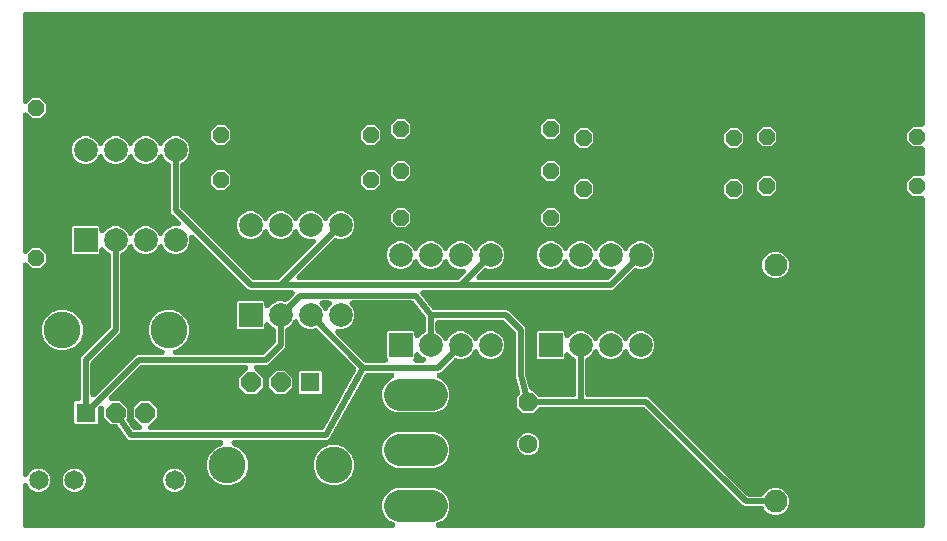
<source format=gbr>
G04 EAGLE Gerber RS-274X export*
G75*
%MOMM*%
%FSLAX34Y34*%
%LPD*%
%INBottom Copper*%
%IPPOS*%
%AMOC8*
5,1,8,0,0,1.08239X$1,22.5*%
G01*
%ADD10C,1.950000*%
%ADD11P,1.732040X8X112.500000*%
%ADD12C,1.600200*%
%ADD13P,1.429621X8X292.500000*%
%ADD14R,2.000000X2.000000*%
%ADD15C,2.000000*%
%ADD16C,1.650000*%
%ADD17R,1.650000X1.650000*%
%ADD18P,1.785944X8X112.500000*%
%ADD19C,3.116000*%
%ADD20C,2.705100*%
%ADD21P,1.429621X8X202.500000*%
%ADD22P,1.429621X8X22.500000*%
%ADD23P,1.785944X8X292.500000*%
%ADD24C,0.508000*%

G36*
X336147Y10176D02*
X336147Y10176D01*
X336324Y10186D01*
X336370Y10196D01*
X336418Y10201D01*
X336590Y10247D01*
X336763Y10288D01*
X336807Y10307D01*
X336853Y10319D01*
X337013Y10395D01*
X337176Y10466D01*
X337216Y10492D01*
X337259Y10513D01*
X337403Y10616D01*
X337552Y10714D01*
X337586Y10747D01*
X337625Y10775D01*
X337749Y10902D01*
X337878Y11024D01*
X337906Y11063D01*
X337939Y11097D01*
X338039Y11245D01*
X338144Y11388D01*
X338165Y11431D01*
X338191Y11470D01*
X338263Y11633D01*
X338341Y11792D01*
X338354Y11838D01*
X338374Y11882D01*
X338416Y12055D01*
X338464Y12226D01*
X338469Y12273D01*
X338480Y12320D01*
X338491Y12497D01*
X338509Y12674D01*
X338505Y12721D01*
X338508Y12769D01*
X338487Y12946D01*
X338474Y13123D01*
X338462Y13169D01*
X338456Y13216D01*
X338404Y13387D01*
X338360Y13558D01*
X338340Y13601D01*
X338326Y13647D01*
X338245Y13806D01*
X338170Y13967D01*
X338143Y14006D01*
X338121Y14049D01*
X338014Y14190D01*
X337912Y14336D01*
X337878Y14369D01*
X337849Y14407D01*
X337719Y14528D01*
X337593Y14653D01*
X337553Y14680D01*
X337518Y14712D01*
X337368Y14808D01*
X337222Y14909D01*
X337169Y14935D01*
X337138Y14954D01*
X337080Y14978D01*
X336941Y15046D01*
X333549Y16451D01*
X329316Y20685D01*
X327024Y26216D01*
X327024Y32204D01*
X329316Y37735D01*
X333549Y41969D01*
X339081Y44260D01*
X372119Y44260D01*
X377651Y41969D01*
X381884Y37735D01*
X384176Y32204D01*
X384176Y26216D01*
X381884Y20685D01*
X377651Y16451D01*
X374259Y15046D01*
X374101Y14963D01*
X373941Y14887D01*
X373902Y14860D01*
X373859Y14837D01*
X373719Y14728D01*
X373575Y14625D01*
X373541Y14591D01*
X373503Y14562D01*
X373385Y14430D01*
X373261Y14303D01*
X373234Y14263D01*
X373202Y14227D01*
X373108Y14077D01*
X373009Y13930D01*
X372989Y13886D01*
X372964Y13845D01*
X372898Y13680D01*
X372826Y13518D01*
X372815Y13471D01*
X372797Y13427D01*
X372762Y13253D01*
X372720Y13080D01*
X372717Y13033D01*
X372707Y12986D01*
X372703Y12808D01*
X372692Y12631D01*
X372697Y12583D01*
X372696Y12536D01*
X372724Y12360D01*
X372744Y12184D01*
X372758Y12138D01*
X372765Y12091D01*
X372823Y11923D01*
X372874Y11753D01*
X372896Y11710D01*
X372912Y11665D01*
X372998Y11510D01*
X373079Y11351D01*
X373108Y11313D01*
X373131Y11272D01*
X373243Y11134D01*
X373351Y10993D01*
X373386Y10960D01*
X373416Y10923D01*
X373551Y10808D01*
X373682Y10687D01*
X373722Y10662D01*
X373759Y10631D01*
X373912Y10541D01*
X374062Y10446D01*
X374106Y10427D01*
X374147Y10403D01*
X374314Y10342D01*
X374478Y10275D01*
X374525Y10265D01*
X374570Y10248D01*
X374744Y10217D01*
X374918Y10180D01*
X374978Y10176D01*
X375013Y10170D01*
X375076Y10170D01*
X375230Y10161D01*
X784100Y10161D01*
X784135Y10164D01*
X784169Y10162D01*
X784358Y10184D01*
X784549Y10201D01*
X784582Y10210D01*
X784616Y10214D01*
X784799Y10269D01*
X784983Y10319D01*
X785014Y10334D01*
X785047Y10344D01*
X785218Y10431D01*
X785390Y10513D01*
X785418Y10533D01*
X785449Y10548D01*
X785601Y10664D01*
X785756Y10775D01*
X785780Y10800D01*
X785807Y10820D01*
X785936Y10960D01*
X786070Y11097D01*
X786089Y11126D01*
X786113Y11152D01*
X786215Y11313D01*
X786322Y11470D01*
X786336Y11502D01*
X786354Y11531D01*
X786427Y11708D01*
X786504Y11882D01*
X786512Y11916D01*
X786525Y11948D01*
X786565Y12135D01*
X786611Y12320D01*
X786613Y12354D01*
X786620Y12388D01*
X786639Y12700D01*
X786639Y289052D01*
X786636Y289087D01*
X786638Y289121D01*
X786616Y289310D01*
X786599Y289501D01*
X786590Y289534D01*
X786586Y289568D01*
X786531Y289751D01*
X786481Y289935D01*
X786466Y289966D01*
X786456Y289999D01*
X786369Y290170D01*
X786287Y290342D01*
X786267Y290370D01*
X786252Y290401D01*
X786136Y290553D01*
X786025Y290708D01*
X786000Y290732D01*
X785980Y290759D01*
X785840Y290888D01*
X785703Y291022D01*
X785674Y291041D01*
X785648Y291065D01*
X785487Y291167D01*
X785330Y291274D01*
X785298Y291288D01*
X785269Y291306D01*
X785092Y291379D01*
X784918Y291456D01*
X784884Y291464D01*
X784852Y291477D01*
X784665Y291517D01*
X784480Y291563D01*
X784446Y291565D01*
X784412Y291572D01*
X784100Y291591D01*
X776413Y291591D01*
X771651Y296353D01*
X771651Y303087D01*
X776413Y307849D01*
X784100Y307849D01*
X784135Y307852D01*
X784169Y307850D01*
X784358Y307872D01*
X784549Y307889D01*
X784582Y307898D01*
X784616Y307902D01*
X784799Y307957D01*
X784983Y308007D01*
X785014Y308022D01*
X785047Y308032D01*
X785218Y308119D01*
X785390Y308201D01*
X785418Y308221D01*
X785449Y308236D01*
X785601Y308352D01*
X785756Y308463D01*
X785780Y308488D01*
X785807Y308508D01*
X785936Y308648D01*
X786070Y308785D01*
X786089Y308814D01*
X786113Y308840D01*
X786215Y309001D01*
X786322Y309158D01*
X786336Y309190D01*
X786354Y309219D01*
X786427Y309396D01*
X786504Y309570D01*
X786512Y309604D01*
X786525Y309636D01*
X786565Y309823D01*
X786611Y310008D01*
X786613Y310042D01*
X786620Y310076D01*
X786639Y310388D01*
X786639Y330962D01*
X786636Y330997D01*
X786638Y331031D01*
X786616Y331220D01*
X786599Y331411D01*
X786590Y331444D01*
X786586Y331478D01*
X786531Y331661D01*
X786481Y331845D01*
X786466Y331876D01*
X786456Y331909D01*
X786369Y332080D01*
X786287Y332252D01*
X786267Y332280D01*
X786252Y332311D01*
X786136Y332463D01*
X786025Y332618D01*
X786000Y332642D01*
X785980Y332669D01*
X785840Y332798D01*
X785703Y332932D01*
X785674Y332951D01*
X785648Y332975D01*
X785487Y333077D01*
X785330Y333184D01*
X785298Y333198D01*
X785269Y333216D01*
X785092Y333289D01*
X784918Y333366D01*
X784884Y333374D01*
X784852Y333387D01*
X784665Y333427D01*
X784480Y333473D01*
X784446Y333475D01*
X784412Y333482D01*
X784100Y333501D01*
X776413Y333501D01*
X771651Y338263D01*
X771651Y344997D01*
X776413Y349759D01*
X784100Y349759D01*
X784135Y349762D01*
X784169Y349760D01*
X784358Y349782D01*
X784549Y349799D01*
X784582Y349808D01*
X784616Y349812D01*
X784799Y349867D01*
X784983Y349917D01*
X785014Y349932D01*
X785047Y349942D01*
X785218Y350029D01*
X785390Y350111D01*
X785418Y350131D01*
X785449Y350146D01*
X785601Y350262D01*
X785756Y350373D01*
X785780Y350398D01*
X785807Y350418D01*
X785936Y350558D01*
X786070Y350695D01*
X786089Y350724D01*
X786113Y350750D01*
X786215Y350911D01*
X786322Y351068D01*
X786336Y351100D01*
X786354Y351129D01*
X786427Y351306D01*
X786504Y351480D01*
X786512Y351514D01*
X786525Y351546D01*
X786565Y351733D01*
X786611Y351918D01*
X786613Y351952D01*
X786620Y351986D01*
X786639Y352298D01*
X786639Y444400D01*
X786637Y444423D01*
X786638Y444442D01*
X786637Y444451D01*
X786638Y444469D01*
X786616Y444658D01*
X786599Y444849D01*
X786590Y444882D01*
X786586Y444916D01*
X786531Y445099D01*
X786481Y445283D01*
X786466Y445314D01*
X786456Y445347D01*
X786369Y445518D01*
X786287Y445690D01*
X786267Y445718D01*
X786252Y445749D01*
X786136Y445901D01*
X786025Y446056D01*
X786000Y446080D01*
X785980Y446107D01*
X785840Y446236D01*
X785703Y446370D01*
X785674Y446389D01*
X785648Y446413D01*
X785487Y446515D01*
X785330Y446622D01*
X785298Y446636D01*
X785269Y446654D01*
X785092Y446727D01*
X784918Y446804D01*
X784884Y446812D01*
X784852Y446825D01*
X784665Y446865D01*
X784480Y446911D01*
X784446Y446913D01*
X784412Y446920D01*
X784100Y446939D01*
X25400Y446939D01*
X25365Y446936D01*
X25331Y446938D01*
X25142Y446916D01*
X24951Y446899D01*
X24918Y446890D01*
X24884Y446886D01*
X24701Y446831D01*
X24517Y446781D01*
X24486Y446766D01*
X24453Y446756D01*
X24282Y446669D01*
X24110Y446587D01*
X24082Y446567D01*
X24051Y446552D01*
X23899Y446436D01*
X23744Y446325D01*
X23720Y446300D01*
X23693Y446280D01*
X23564Y446140D01*
X23430Y446003D01*
X23411Y445974D01*
X23387Y445948D01*
X23285Y445787D01*
X23178Y445630D01*
X23164Y445598D01*
X23146Y445569D01*
X23073Y445392D01*
X22996Y445218D01*
X22988Y445184D01*
X22975Y445152D01*
X22935Y444965D01*
X22889Y444780D01*
X22887Y444746D01*
X22880Y444712D01*
X22861Y444400D01*
X22861Y371957D01*
X22872Y371827D01*
X22874Y371697D01*
X22892Y371604D01*
X22901Y371508D01*
X22935Y371383D01*
X22960Y371255D01*
X22994Y371166D01*
X23019Y371074D01*
X23075Y370957D01*
X23122Y370835D01*
X23172Y370753D01*
X23213Y370667D01*
X23288Y370562D01*
X23356Y370450D01*
X23419Y370379D01*
X23475Y370301D01*
X23568Y370210D01*
X23654Y370113D01*
X23729Y370054D01*
X23797Y369987D01*
X23905Y369914D01*
X24007Y369834D01*
X24091Y369789D01*
X24170Y369735D01*
X24289Y369682D01*
X24404Y369621D01*
X24495Y369591D01*
X24582Y369553D01*
X24709Y369522D01*
X24832Y369482D01*
X24927Y369469D01*
X25020Y369446D01*
X25149Y369438D01*
X25278Y369420D01*
X25374Y369424D01*
X25469Y369418D01*
X25598Y369433D01*
X25728Y369439D01*
X25821Y369459D01*
X25916Y369471D01*
X26041Y369508D01*
X26168Y369536D01*
X26256Y369573D01*
X26347Y369601D01*
X26463Y369660D01*
X26583Y369710D01*
X26663Y369762D01*
X26749Y369805D01*
X26852Y369884D01*
X26961Y369954D01*
X27059Y370040D01*
X27107Y370077D01*
X27138Y370110D01*
X27196Y370161D01*
X30923Y373889D01*
X37657Y373889D01*
X42419Y369127D01*
X42419Y362393D01*
X37657Y357631D01*
X30923Y357631D01*
X27196Y361359D01*
X27096Y361442D01*
X27003Y361533D01*
X26923Y361586D01*
X26850Y361648D01*
X26737Y361712D01*
X26630Y361785D01*
X26542Y361824D01*
X26459Y361871D01*
X26337Y361915D01*
X26218Y361967D01*
X26125Y361990D01*
X26035Y362022D01*
X25907Y362043D01*
X25780Y362074D01*
X25685Y362080D01*
X25591Y362095D01*
X25461Y362094D01*
X25331Y362102D01*
X25236Y362090D01*
X25140Y362089D01*
X25013Y362064D01*
X24884Y362049D01*
X24792Y362022D01*
X24698Y362004D01*
X24577Y361957D01*
X24453Y361919D01*
X24368Y361876D01*
X24278Y361841D01*
X24167Y361774D01*
X24051Y361715D01*
X23975Y361657D01*
X23894Y361607D01*
X23796Y361521D01*
X23693Y361443D01*
X23628Y361373D01*
X23556Y361309D01*
X23476Y361207D01*
X23387Y361112D01*
X23336Y361031D01*
X23277Y360956D01*
X23216Y360842D01*
X23146Y360732D01*
X23109Y360643D01*
X23064Y360559D01*
X23024Y360436D01*
X22975Y360315D01*
X22955Y360222D01*
X22925Y360131D01*
X22907Y360002D01*
X22880Y359875D01*
X22872Y359745D01*
X22864Y359685D01*
X22865Y359640D01*
X22861Y359563D01*
X22861Y244957D01*
X22872Y244827D01*
X22874Y244697D01*
X22892Y244604D01*
X22901Y244508D01*
X22935Y244383D01*
X22960Y244255D01*
X22994Y244166D01*
X23019Y244074D01*
X23075Y243957D01*
X23122Y243835D01*
X23172Y243753D01*
X23213Y243667D01*
X23288Y243562D01*
X23356Y243450D01*
X23419Y243379D01*
X23475Y243301D01*
X23568Y243210D01*
X23654Y243113D01*
X23729Y243054D01*
X23797Y242987D01*
X23905Y242914D01*
X24007Y242834D01*
X24091Y242789D01*
X24170Y242735D01*
X24289Y242682D01*
X24404Y242621D01*
X24495Y242591D01*
X24582Y242553D01*
X24709Y242522D01*
X24832Y242482D01*
X24927Y242469D01*
X25020Y242446D01*
X25149Y242438D01*
X25278Y242420D01*
X25374Y242424D01*
X25469Y242418D01*
X25598Y242433D01*
X25728Y242439D01*
X25821Y242459D01*
X25916Y242471D01*
X26041Y242508D01*
X26168Y242536D01*
X26256Y242573D01*
X26347Y242601D01*
X26463Y242660D01*
X26583Y242710D01*
X26663Y242762D01*
X26749Y242805D01*
X26852Y242884D01*
X26961Y242954D01*
X27059Y243040D01*
X27107Y243077D01*
X27138Y243110D01*
X27196Y243161D01*
X30923Y246889D01*
X37657Y246889D01*
X42419Y242127D01*
X42419Y235393D01*
X37657Y230631D01*
X30923Y230631D01*
X27196Y234359D01*
X27096Y234442D01*
X27003Y234533D01*
X26923Y234586D01*
X26850Y234648D01*
X26737Y234712D01*
X26630Y234785D01*
X26542Y234824D01*
X26459Y234871D01*
X26337Y234915D01*
X26218Y234967D01*
X26125Y234990D01*
X26035Y235022D01*
X25907Y235043D01*
X25780Y235074D01*
X25685Y235080D01*
X25591Y235095D01*
X25461Y235094D01*
X25331Y235102D01*
X25236Y235090D01*
X25140Y235089D01*
X25013Y235064D01*
X24884Y235049D01*
X24792Y235022D01*
X24698Y235004D01*
X24577Y234957D01*
X24453Y234919D01*
X24368Y234876D01*
X24278Y234841D01*
X24167Y234774D01*
X24051Y234715D01*
X23975Y234657D01*
X23894Y234607D01*
X23796Y234521D01*
X23693Y234443D01*
X23628Y234373D01*
X23556Y234309D01*
X23476Y234207D01*
X23387Y234112D01*
X23336Y234031D01*
X23277Y233956D01*
X23216Y233842D01*
X23146Y233732D01*
X23109Y233643D01*
X23064Y233559D01*
X23024Y233436D01*
X22975Y233315D01*
X22955Y233222D01*
X22925Y233131D01*
X22907Y233002D01*
X22880Y232875D01*
X22872Y232745D01*
X22864Y232685D01*
X22865Y232640D01*
X22861Y232563D01*
X22861Y55939D01*
X22876Y55762D01*
X22886Y55584D01*
X22896Y55538D01*
X22901Y55490D01*
X22947Y55319D01*
X22988Y55146D01*
X23007Y55102D01*
X23019Y55056D01*
X23095Y54896D01*
X23166Y54732D01*
X23192Y54692D01*
X23213Y54649D01*
X23316Y54505D01*
X23414Y54357D01*
X23447Y54322D01*
X23475Y54283D01*
X23602Y54159D01*
X23725Y54031D01*
X23763Y54002D01*
X23797Y53969D01*
X23945Y53870D01*
X24088Y53765D01*
X24131Y53744D01*
X24170Y53717D01*
X24333Y53645D01*
X24492Y53567D01*
X24538Y53554D01*
X24582Y53535D01*
X24755Y53493D01*
X24926Y53444D01*
X24973Y53439D01*
X25020Y53428D01*
X25197Y53417D01*
X25374Y53400D01*
X25421Y53403D01*
X25469Y53400D01*
X25646Y53421D01*
X25823Y53435D01*
X25869Y53447D01*
X25916Y53452D01*
X26087Y53504D01*
X26258Y53549D01*
X26301Y53569D01*
X26347Y53583D01*
X26506Y53663D01*
X26667Y53738D01*
X26706Y53765D01*
X26749Y53787D01*
X26890Y53894D01*
X27036Y53996D01*
X27069Y54030D01*
X27107Y54059D01*
X27228Y54190D01*
X27353Y54316D01*
X27380Y54355D01*
X27412Y54390D01*
X27508Y54540D01*
X27609Y54686D01*
X27635Y54739D01*
X27654Y54770D01*
X27678Y54829D01*
X27746Y54967D01*
X28313Y56337D01*
X31063Y59087D01*
X34656Y60575D01*
X38544Y60575D01*
X42137Y59087D01*
X44887Y56337D01*
X46375Y52744D01*
X46375Y48856D01*
X44887Y45263D01*
X42137Y42513D01*
X38544Y41025D01*
X34656Y41025D01*
X31063Y42513D01*
X28313Y45263D01*
X27746Y46633D01*
X27664Y46791D01*
X27587Y46951D01*
X27560Y46990D01*
X27537Y47032D01*
X27429Y47173D01*
X27325Y47317D01*
X27291Y47350D01*
X27262Y47388D01*
X27130Y47507D01*
X27003Y47631D01*
X26963Y47658D01*
X26927Y47690D01*
X26777Y47784D01*
X26630Y47883D01*
X26586Y47902D01*
X26545Y47928D01*
X26380Y47993D01*
X26218Y48065D01*
X26171Y48077D01*
X26127Y48094D01*
X25953Y48130D01*
X25780Y48172D01*
X25733Y48175D01*
X25686Y48184D01*
X25508Y48189D01*
X25331Y48200D01*
X25283Y48194D01*
X25236Y48195D01*
X25060Y48168D01*
X24884Y48148D01*
X24838Y48134D01*
X24791Y48126D01*
X24623Y48069D01*
X24453Y48017D01*
X24410Y47996D01*
X24365Y47980D01*
X24209Y47893D01*
X24051Y47813D01*
X24013Y47784D01*
X23972Y47761D01*
X23834Y47648D01*
X23693Y47541D01*
X23660Y47506D01*
X23623Y47475D01*
X23508Y47341D01*
X23387Y47210D01*
X23362Y47169D01*
X23331Y47133D01*
X23241Y46980D01*
X23146Y46830D01*
X23127Y46786D01*
X23103Y46744D01*
X23042Y46578D01*
X22975Y46413D01*
X22965Y46367D01*
X22948Y46322D01*
X22917Y46147D01*
X22880Y45973D01*
X22876Y45914D01*
X22870Y45878D01*
X22870Y45815D01*
X22861Y45661D01*
X22861Y12700D01*
X22864Y12665D01*
X22862Y12631D01*
X22884Y12442D01*
X22901Y12251D01*
X22910Y12218D01*
X22914Y12184D01*
X22969Y12001D01*
X23019Y11817D01*
X23034Y11786D01*
X23044Y11753D01*
X23131Y11582D01*
X23213Y11410D01*
X23233Y11382D01*
X23248Y11351D01*
X23364Y11199D01*
X23475Y11044D01*
X23500Y11020D01*
X23520Y10993D01*
X23660Y10864D01*
X23797Y10730D01*
X23826Y10711D01*
X23852Y10687D01*
X24013Y10585D01*
X24170Y10478D01*
X24202Y10464D01*
X24231Y10446D01*
X24408Y10373D01*
X24582Y10296D01*
X24616Y10288D01*
X24648Y10275D01*
X24835Y10235D01*
X25020Y10189D01*
X25054Y10187D01*
X25088Y10180D01*
X25400Y10161D01*
X335970Y10161D01*
X336147Y10176D01*
G37*
%LPC*%
G36*
X658157Y21525D02*
X658157Y21525D01*
X654013Y23242D01*
X650842Y26413D01*
X650529Y27168D01*
X650431Y27355D01*
X650335Y27545D01*
X650327Y27555D01*
X650321Y27567D01*
X650191Y27735D01*
X650063Y27903D01*
X650053Y27912D01*
X650045Y27923D01*
X649888Y28065D01*
X649732Y28209D01*
X649721Y28216D01*
X649711Y28224D01*
X649531Y28337D01*
X649352Y28450D01*
X649340Y28455D01*
X649329Y28462D01*
X649132Y28541D01*
X648935Y28621D01*
X648922Y28624D01*
X648910Y28629D01*
X648703Y28671D01*
X648495Y28716D01*
X648479Y28717D01*
X648469Y28719D01*
X648430Y28720D01*
X648183Y28735D01*
X634191Y28735D01*
X632698Y29354D01*
X550020Y112032D01*
X549894Y112137D01*
X549773Y112249D01*
X549722Y112281D01*
X549675Y112320D01*
X549532Y112402D01*
X549393Y112490D01*
X549337Y112514D01*
X549284Y112544D01*
X549129Y112599D01*
X548977Y112661D01*
X548917Y112674D01*
X548859Y112695D01*
X548697Y112721D01*
X548536Y112756D01*
X548460Y112761D01*
X548415Y112768D01*
X548354Y112767D01*
X548225Y112775D01*
X461308Y112775D01*
X461145Y112761D01*
X460980Y112754D01*
X460921Y112741D01*
X460860Y112735D01*
X460701Y112692D01*
X460541Y112656D01*
X460484Y112633D01*
X460426Y112617D01*
X460278Y112546D01*
X460125Y112483D01*
X460074Y112450D01*
X460019Y112423D01*
X459886Y112328D01*
X459747Y112238D01*
X459689Y112187D01*
X459653Y112161D01*
X459610Y112118D01*
X459513Y112032D01*
X454796Y107314D01*
X446904Y107314D01*
X441324Y112894D01*
X441324Y120786D01*
X443572Y123034D01*
X443609Y123078D01*
X443652Y123117D01*
X443754Y123250D01*
X443861Y123379D01*
X443890Y123429D01*
X443925Y123475D01*
X444001Y123624D01*
X444085Y123770D01*
X444104Y123824D01*
X444130Y123876D01*
X444179Y124036D01*
X444235Y124194D01*
X444245Y124251D01*
X444262Y124307D01*
X444281Y124473D01*
X444309Y124638D01*
X444308Y124696D01*
X444315Y124754D01*
X444305Y124921D01*
X444303Y125089D01*
X444292Y125146D01*
X444288Y125203D01*
X444223Y125509D01*
X440691Y138224D01*
X440689Y138231D01*
X440591Y138516D01*
X440425Y138917D01*
X440419Y138987D01*
X440408Y139174D01*
X440398Y139219D01*
X440395Y139248D01*
X440379Y139308D01*
X440365Y139374D01*
X440416Y139790D01*
X440416Y139791D01*
X440416Y139794D01*
X440417Y139801D01*
X440435Y140103D01*
X440435Y175065D01*
X440421Y175228D01*
X440414Y175393D01*
X440401Y175452D01*
X440395Y175513D01*
X440352Y175672D01*
X440316Y175832D01*
X440293Y175889D01*
X440277Y175947D01*
X440206Y176096D01*
X440143Y176248D01*
X440110Y176299D01*
X440083Y176354D01*
X439988Y176488D01*
X439898Y176626D01*
X439847Y176684D01*
X439821Y176720D01*
X439778Y176763D01*
X439692Y176860D01*
X430860Y185692D01*
X430734Y185797D01*
X430613Y185909D01*
X430562Y185941D01*
X430515Y185980D01*
X430372Y186062D01*
X430233Y186150D01*
X430177Y186174D01*
X430124Y186204D01*
X429969Y186259D01*
X429817Y186321D01*
X429757Y186334D01*
X429699Y186355D01*
X429537Y186381D01*
X429376Y186416D01*
X429300Y186421D01*
X429255Y186428D01*
X429194Y186427D01*
X429065Y186435D01*
X374904Y186435D01*
X374869Y186432D01*
X374835Y186434D01*
X374646Y186412D01*
X374455Y186395D01*
X374422Y186386D01*
X374388Y186382D01*
X374205Y186327D01*
X374021Y186277D01*
X373990Y186262D01*
X373957Y186252D01*
X373786Y186165D01*
X373614Y186083D01*
X373586Y186063D01*
X373555Y186048D01*
X373403Y185932D01*
X373248Y185821D01*
X373224Y185796D01*
X373197Y185776D01*
X373068Y185636D01*
X372934Y185499D01*
X372915Y185470D01*
X372891Y185444D01*
X372789Y185283D01*
X372682Y185126D01*
X372668Y185094D01*
X372650Y185065D01*
X372577Y184888D01*
X372500Y184714D01*
X372492Y184680D01*
X372479Y184648D01*
X372439Y184461D01*
X372393Y184276D01*
X372391Y184242D01*
X372384Y184208D01*
X372365Y183896D01*
X372365Y177587D01*
X372384Y177376D01*
X372400Y177165D01*
X372403Y177152D01*
X372405Y177139D01*
X372461Y176933D01*
X372514Y176729D01*
X372520Y176717D01*
X372523Y176704D01*
X372614Y176514D01*
X372703Y176321D01*
X372711Y176310D01*
X372717Y176298D01*
X372839Y176126D01*
X372962Y175952D01*
X372971Y175942D01*
X372979Y175932D01*
X373131Y175784D01*
X373281Y175634D01*
X373292Y175627D01*
X373301Y175618D01*
X373477Y175499D01*
X373651Y175378D01*
X373666Y175372D01*
X373674Y175366D01*
X373711Y175350D01*
X373932Y175241D01*
X374828Y174870D01*
X378070Y171628D01*
X378654Y170219D01*
X378714Y170104D01*
X378766Y169984D01*
X378818Y169904D01*
X378863Y169820D01*
X378942Y169717D01*
X379014Y169608D01*
X379080Y169539D01*
X379138Y169464D01*
X379235Y169376D01*
X379324Y169282D01*
X379402Y169226D01*
X379472Y169162D01*
X379583Y169093D01*
X379688Y169016D01*
X379774Y168975D01*
X379855Y168924D01*
X379976Y168876D01*
X380092Y168819D01*
X380184Y168793D01*
X380273Y168757D01*
X380400Y168731D01*
X380526Y168696D01*
X380621Y168686D01*
X380714Y168667D01*
X380844Y168664D01*
X380974Y168651D01*
X381069Y168659D01*
X381164Y168656D01*
X381293Y168676D01*
X381423Y168687D01*
X381515Y168711D01*
X381609Y168725D01*
X381733Y168768D01*
X381858Y168801D01*
X381945Y168841D01*
X382035Y168872D01*
X382149Y168935D01*
X382267Y168990D01*
X382345Y169045D01*
X382428Y169091D01*
X382529Y169173D01*
X382636Y169248D01*
X382703Y169316D01*
X382777Y169376D01*
X382861Y169475D01*
X382953Y169567D01*
X383007Y169646D01*
X383069Y169719D01*
X383135Y169831D01*
X383209Y169938D01*
X383266Y170055D01*
X383297Y170107D01*
X383312Y170149D01*
X383346Y170219D01*
X383930Y171628D01*
X387172Y174870D01*
X391408Y176625D01*
X395992Y176625D01*
X400228Y174870D01*
X403470Y171628D01*
X404054Y170219D01*
X404114Y170104D01*
X404166Y169984D01*
X404218Y169904D01*
X404263Y169820D01*
X404342Y169717D01*
X404414Y169608D01*
X404480Y169539D01*
X404538Y169464D01*
X404635Y169376D01*
X404724Y169282D01*
X404802Y169226D01*
X404872Y169162D01*
X404983Y169093D01*
X405088Y169016D01*
X405174Y168975D01*
X405255Y168924D01*
X405376Y168876D01*
X405492Y168819D01*
X405584Y168793D01*
X405673Y168757D01*
X405800Y168731D01*
X405926Y168696D01*
X406021Y168686D01*
X406114Y168667D01*
X406244Y168664D01*
X406374Y168651D01*
X406469Y168659D01*
X406564Y168656D01*
X406693Y168676D01*
X406823Y168687D01*
X406915Y168711D01*
X407009Y168725D01*
X407133Y168768D01*
X407258Y168801D01*
X407345Y168841D01*
X407435Y168872D01*
X407549Y168935D01*
X407667Y168990D01*
X407745Y169045D01*
X407828Y169091D01*
X407929Y169173D01*
X408036Y169248D01*
X408103Y169316D01*
X408177Y169376D01*
X408261Y169475D01*
X408353Y169567D01*
X408407Y169646D01*
X408469Y169719D01*
X408535Y169831D01*
X408609Y169938D01*
X408666Y170055D01*
X408697Y170107D01*
X408712Y170149D01*
X408746Y170219D01*
X409330Y171628D01*
X412572Y174870D01*
X416808Y176625D01*
X421392Y176625D01*
X425628Y174870D01*
X428870Y171628D01*
X430625Y167392D01*
X430625Y162808D01*
X428870Y158572D01*
X425628Y155330D01*
X421392Y153575D01*
X416808Y153575D01*
X412572Y155330D01*
X409330Y158572D01*
X408746Y159981D01*
X408686Y160097D01*
X408634Y160216D01*
X408582Y160296D01*
X408537Y160380D01*
X408458Y160483D01*
X408386Y160592D01*
X408320Y160661D01*
X408262Y160736D01*
X408165Y160824D01*
X408075Y160918D01*
X407998Y160974D01*
X407927Y161038D01*
X407817Y161107D01*
X407712Y161184D01*
X407626Y161226D01*
X407545Y161276D01*
X407424Y161324D01*
X407308Y161381D01*
X407216Y161407D01*
X407127Y161443D01*
X406999Y161469D01*
X406874Y161504D01*
X406779Y161514D01*
X406686Y161533D01*
X406556Y161536D01*
X406426Y161549D01*
X406331Y161541D01*
X406236Y161544D01*
X406107Y161524D01*
X405977Y161513D01*
X405885Y161489D01*
X405791Y161475D01*
X405668Y161432D01*
X405542Y161399D01*
X405455Y161359D01*
X405365Y161328D01*
X405251Y161265D01*
X405133Y161210D01*
X405055Y161156D01*
X404972Y161109D01*
X404871Y161027D01*
X404764Y160952D01*
X404697Y160884D01*
X404623Y160824D01*
X404539Y160725D01*
X404447Y160633D01*
X404393Y160554D01*
X404331Y160481D01*
X404265Y160369D01*
X404191Y160262D01*
X404134Y160145D01*
X404103Y160093D01*
X404088Y160051D01*
X404054Y159981D01*
X403470Y158572D01*
X400228Y155330D01*
X395992Y153575D01*
X391408Y153575D01*
X390512Y153946D01*
X390310Y154010D01*
X390108Y154075D01*
X390095Y154077D01*
X390082Y154081D01*
X389872Y154108D01*
X389662Y154137D01*
X389648Y154136D01*
X389635Y154138D01*
X389425Y154127D01*
X389212Y154118D01*
X389199Y154116D01*
X389186Y154115D01*
X388981Y154067D01*
X388772Y154021D01*
X388760Y154016D01*
X388747Y154013D01*
X388554Y153930D01*
X388357Y153847D01*
X388345Y153840D01*
X388333Y153835D01*
X388157Y153718D01*
X387978Y153603D01*
X387967Y153593D01*
X387958Y153587D01*
X387929Y153559D01*
X387744Y153396D01*
X376858Y142510D01*
X374998Y141740D01*
X374883Y141679D01*
X374764Y141628D01*
X374684Y141575D01*
X374599Y141531D01*
X374496Y141451D01*
X374388Y141380D01*
X374319Y141314D01*
X374243Y141255D01*
X374156Y141159D01*
X374062Y141069D01*
X374006Y140992D01*
X373942Y140921D01*
X373873Y140811D01*
X373796Y140706D01*
X373754Y140620D01*
X373704Y140539D01*
X373656Y140418D01*
X373598Y140301D01*
X373572Y140209D01*
X373537Y140120D01*
X373511Y139993D01*
X373475Y139868D01*
X373466Y139773D01*
X373447Y139679D01*
X373444Y139549D01*
X373431Y139420D01*
X373438Y139325D01*
X373436Y139229D01*
X373456Y139101D01*
X373466Y138971D01*
X373490Y138879D01*
X373505Y138784D01*
X373547Y138661D01*
X373580Y138535D01*
X373620Y138449D01*
X373651Y138358D01*
X373715Y138245D01*
X373769Y138127D01*
X373824Y138049D01*
X373871Y137965D01*
X373953Y137865D01*
X374028Y137758D01*
X374095Y137691D01*
X374156Y137617D01*
X374255Y137532D01*
X374347Y137441D01*
X374426Y137386D01*
X374498Y137324D01*
X374610Y137259D01*
X374717Y137185D01*
X374835Y137128D01*
X374887Y137097D01*
X374929Y137082D01*
X374998Y137048D01*
X377651Y135949D01*
X381884Y131715D01*
X384176Y126184D01*
X384176Y120196D01*
X381884Y114665D01*
X377651Y110431D01*
X372119Y108140D01*
X339081Y108140D01*
X333549Y110431D01*
X329316Y114665D01*
X327024Y120196D01*
X327024Y126184D01*
X329316Y131715D01*
X333549Y135949D01*
X336101Y137006D01*
X336259Y137089D01*
X336419Y137165D01*
X336458Y137192D01*
X336500Y137215D01*
X336641Y137324D01*
X336785Y137427D01*
X336818Y137461D01*
X336856Y137490D01*
X336975Y137622D01*
X337099Y137749D01*
X337126Y137789D01*
X337158Y137825D01*
X337252Y137975D01*
X337351Y138122D01*
X337371Y138166D01*
X337396Y138207D01*
X337462Y138372D01*
X337534Y138534D01*
X337545Y138581D01*
X337563Y138625D01*
X337598Y138799D01*
X337640Y138972D01*
X337643Y139019D01*
X337653Y139066D01*
X337657Y139244D01*
X337668Y139421D01*
X337662Y139469D01*
X337664Y139516D01*
X337636Y139692D01*
X337616Y139868D01*
X337602Y139914D01*
X337595Y139961D01*
X337537Y140129D01*
X337486Y140299D01*
X337464Y140342D01*
X337448Y140387D01*
X337362Y140542D01*
X337281Y140701D01*
X337252Y140739D01*
X337229Y140780D01*
X337116Y140918D01*
X337009Y141059D01*
X336974Y141092D01*
X336944Y141129D01*
X336809Y141244D01*
X336678Y141365D01*
X336638Y141390D01*
X336601Y141421D01*
X336448Y141511D01*
X336298Y141606D01*
X336254Y141625D01*
X336213Y141649D01*
X336046Y141710D01*
X335882Y141777D01*
X335835Y141787D01*
X335790Y141804D01*
X335615Y141835D01*
X335441Y141872D01*
X335382Y141876D01*
X335347Y141882D01*
X335284Y141882D01*
X335130Y141891D01*
X315121Y141891D01*
X315057Y141886D01*
X314992Y141888D01*
X314833Y141866D01*
X314673Y141851D01*
X314610Y141834D01*
X314546Y141825D01*
X314393Y141775D01*
X314238Y141733D01*
X314180Y141705D01*
X314118Y141685D01*
X313976Y141608D01*
X313832Y141539D01*
X313779Y141502D01*
X313722Y141471D01*
X313596Y141371D01*
X313466Y141277D01*
X313420Y141231D01*
X313370Y141191D01*
X313264Y141070D01*
X313151Y140955D01*
X313115Y140901D01*
X313073Y140853D01*
X312904Y140590D01*
X310238Y135814D01*
X310238Y135813D01*
X307404Y130735D01*
X283137Y87255D01*
X283125Y87228D01*
X283008Y86989D01*
X282833Y86567D01*
X282799Y86526D01*
X282671Y86380D01*
X282650Y86348D01*
X282635Y86330D01*
X282605Y86278D01*
X282572Y86226D01*
X282223Y85950D01*
X282201Y85930D01*
X282002Y85754D01*
X281679Y85431D01*
X281631Y85406D01*
X281529Y85355D01*
X281478Y85331D01*
X281474Y85329D01*
X281456Y85319D01*
X281426Y85298D01*
X281405Y85288D01*
X281359Y85252D01*
X281199Y85141D01*
X281191Y85135D01*
X281154Y85099D01*
X281112Y85069D01*
X281079Y85036D01*
X281049Y85012D01*
X280972Y84926D01*
X280865Y84825D01*
X280834Y84784D01*
X280833Y84782D01*
X280828Y84784D01*
X280786Y84788D01*
X280657Y84816D01*
X280598Y84820D01*
X280562Y84826D01*
X280499Y84826D01*
X280407Y84831D01*
X280380Y84835D01*
X280369Y84834D01*
X280345Y84835D01*
X280318Y84835D01*
X280201Y84825D01*
X280112Y84825D01*
X280050Y84813D01*
X279931Y84806D01*
X279894Y84798D01*
X279870Y84795D01*
X279812Y84780D01*
X279752Y84766D01*
X279310Y84818D01*
X279281Y84819D01*
X279015Y84835D01*
X202255Y84835D01*
X202077Y84820D01*
X201900Y84810D01*
X201854Y84800D01*
X201806Y84795D01*
X201634Y84749D01*
X201462Y84708D01*
X201418Y84689D01*
X201372Y84677D01*
X201212Y84601D01*
X201048Y84530D01*
X201008Y84504D01*
X200965Y84483D01*
X200821Y84380D01*
X200672Y84282D01*
X200638Y84249D01*
X200599Y84221D01*
X200475Y84094D01*
X200347Y83972D01*
X200318Y83933D01*
X200285Y83899D01*
X200185Y83751D01*
X200081Y83608D01*
X200060Y83565D01*
X200033Y83526D01*
X199961Y83363D01*
X199883Y83204D01*
X199870Y83158D01*
X199851Y83114D01*
X199809Y82941D01*
X199760Y82770D01*
X199755Y82723D01*
X199744Y82676D01*
X199733Y82499D01*
X199715Y82322D01*
X199719Y82275D01*
X199716Y82227D01*
X199737Y82050D01*
X199751Y81873D01*
X199763Y81827D01*
X199768Y81780D01*
X199820Y81609D01*
X199865Y81438D01*
X199885Y81395D01*
X199899Y81349D01*
X199979Y81190D01*
X200054Y81029D01*
X200081Y80990D01*
X200103Y80947D01*
X200210Y80806D01*
X200312Y80660D01*
X200346Y80627D01*
X200375Y80589D01*
X200506Y80468D01*
X200632Y80343D01*
X200671Y80316D01*
X200706Y80284D01*
X200856Y80188D01*
X201002Y80087D01*
X201055Y80061D01*
X201086Y80042D01*
X201144Y80018D01*
X201283Y79950D01*
X205989Y78001D01*
X210801Y73189D01*
X213405Y66902D01*
X213405Y60098D01*
X210801Y53811D01*
X205989Y48999D01*
X199702Y46395D01*
X192898Y46395D01*
X186611Y48999D01*
X181799Y53811D01*
X179195Y60098D01*
X179195Y66902D01*
X181799Y73189D01*
X186611Y78001D01*
X191317Y79950D01*
X191475Y80032D01*
X191635Y80109D01*
X191674Y80136D01*
X191716Y80159D01*
X191857Y80267D01*
X192001Y80371D01*
X192034Y80405D01*
X192072Y80434D01*
X192191Y80566D01*
X192315Y80693D01*
X192342Y80733D01*
X192374Y80769D01*
X192468Y80919D01*
X192567Y81066D01*
X192587Y81110D01*
X192612Y81151D01*
X192677Y81316D01*
X192749Y81478D01*
X192761Y81525D01*
X192778Y81569D01*
X192814Y81743D01*
X192856Y81916D01*
X192859Y81963D01*
X192869Y82010D01*
X192873Y82188D01*
X192884Y82365D01*
X192878Y82413D01*
X192879Y82460D01*
X192852Y82636D01*
X192832Y82812D01*
X192818Y82858D01*
X192810Y82905D01*
X192753Y83073D01*
X192701Y83243D01*
X192680Y83286D01*
X192664Y83331D01*
X192578Y83486D01*
X192497Y83645D01*
X192468Y83683D01*
X192445Y83724D01*
X192332Y83862D01*
X192225Y84003D01*
X192190Y84036D01*
X192159Y84073D01*
X192025Y84188D01*
X191894Y84309D01*
X191853Y84334D01*
X191817Y84365D01*
X191664Y84455D01*
X191514Y84550D01*
X191470Y84569D01*
X191429Y84593D01*
X191262Y84654D01*
X191098Y84721D01*
X191051Y84731D01*
X191006Y84748D01*
X190831Y84779D01*
X190657Y84816D01*
X190598Y84820D01*
X190562Y84826D01*
X190499Y84826D01*
X190345Y84835D01*
X114959Y84835D01*
X114863Y84827D01*
X114767Y84828D01*
X114567Y84800D01*
X114511Y84795D01*
X114490Y84790D01*
X114457Y84785D01*
X114311Y84756D01*
X114147Y84788D01*
X114058Y84797D01*
X113970Y84816D01*
X113750Y84830D01*
X113699Y84835D01*
X113683Y84834D01*
X113658Y84835D01*
X113491Y84835D01*
X113353Y84892D01*
X113261Y84921D01*
X113173Y84959D01*
X112978Y85010D01*
X112924Y85027D01*
X112903Y85030D01*
X112871Y85038D01*
X112724Y85067D01*
X112585Y85159D01*
X112506Y85202D01*
X112432Y85253D01*
X112234Y85350D01*
X112189Y85374D01*
X112174Y85379D01*
X112152Y85390D01*
X111998Y85454D01*
X111892Y85560D01*
X111818Y85622D01*
X111751Y85691D01*
X111599Y85805D01*
X111592Y85811D01*
X111586Y85815D01*
X111547Y85849D01*
X111528Y85859D01*
X111502Y85879D01*
X111377Y85962D01*
X111284Y86100D01*
X111228Y86170D01*
X111179Y86246D01*
X111033Y86411D01*
X111001Y86450D01*
X110988Y86461D01*
X110972Y86480D01*
X110854Y86598D01*
X110797Y86736D01*
X110752Y86821D01*
X110717Y86910D01*
X110615Y87084D01*
X110588Y87135D01*
X110575Y87152D01*
X110559Y87180D01*
X104026Y96902D01*
X103909Y97046D01*
X103798Y97193D01*
X103768Y97221D01*
X103742Y97252D01*
X103602Y97373D01*
X103466Y97499D01*
X103432Y97520D01*
X103402Y97547D01*
X103243Y97641D01*
X103087Y97740D01*
X103049Y97756D01*
X103014Y97776D01*
X102841Y97841D01*
X102670Y97911D01*
X102631Y97920D01*
X102593Y97934D01*
X102411Y97967D01*
X102230Y98006D01*
X102180Y98009D01*
X102150Y98015D01*
X102087Y98015D01*
X101918Y98025D01*
X97551Y98025D01*
X91825Y103751D01*
X91825Y111147D01*
X91814Y111276D01*
X91812Y111406D01*
X91794Y111500D01*
X91785Y111595D01*
X91751Y111721D01*
X91726Y111848D01*
X91692Y111937D01*
X91667Y112029D01*
X91611Y112147D01*
X91564Y112268D01*
X91514Y112350D01*
X91473Y112436D01*
X91398Y112542D01*
X91330Y112653D01*
X91267Y112724D01*
X91211Y112802D01*
X91118Y112893D01*
X91032Y112990D01*
X90957Y113049D01*
X90889Y113116D01*
X90781Y113189D01*
X90679Y113270D01*
X90595Y113315D01*
X90516Y113368D01*
X90397Y113421D01*
X90282Y113482D01*
X90191Y113512D01*
X90104Y113551D01*
X89977Y113581D01*
X89854Y113622D01*
X89759Y113635D01*
X89666Y113657D01*
X89537Y113665D01*
X89408Y113683D01*
X89312Y113679D01*
X89217Y113685D01*
X89088Y113670D01*
X88958Y113665D01*
X88865Y113644D01*
X88770Y113633D01*
X88645Y113595D01*
X88518Y113567D01*
X88430Y113530D01*
X88339Y113503D01*
X88223Y113444D01*
X88103Y113393D01*
X88022Y113341D01*
X87937Y113298D01*
X87834Y113220D01*
X87725Y113149D01*
X87627Y113063D01*
X87579Y113026D01*
X87548Y112993D01*
X87490Y112942D01*
X87118Y112570D01*
X87013Y112444D01*
X86901Y112323D01*
X86869Y112272D01*
X86830Y112225D01*
X86748Y112082D01*
X86660Y111943D01*
X86636Y111887D01*
X86606Y111834D01*
X86551Y111679D01*
X86489Y111527D01*
X86476Y111467D01*
X86455Y111410D01*
X86429Y111247D01*
X86394Y111086D01*
X86389Y111010D01*
X86382Y110965D01*
X86383Y110904D01*
X86375Y110775D01*
X86375Y98918D01*
X85482Y98025D01*
X67718Y98025D01*
X66825Y98918D01*
X66825Y116682D01*
X67718Y117575D01*
X69596Y117575D01*
X69631Y117578D01*
X69665Y117576D01*
X69854Y117598D01*
X70045Y117615D01*
X70078Y117624D01*
X70112Y117628D01*
X70295Y117683D01*
X70479Y117733D01*
X70510Y117748D01*
X70543Y117758D01*
X70714Y117845D01*
X70886Y117927D01*
X70914Y117947D01*
X70945Y117962D01*
X71097Y118078D01*
X71252Y118189D01*
X71276Y118214D01*
X71303Y118234D01*
X71432Y118374D01*
X71566Y118511D01*
X71585Y118540D01*
X71609Y118566D01*
X71711Y118727D01*
X71818Y118884D01*
X71832Y118916D01*
X71850Y118945D01*
X71923Y119122D01*
X72000Y119296D01*
X72008Y119330D01*
X72021Y119362D01*
X72061Y119549D01*
X72107Y119734D01*
X72109Y119768D01*
X72116Y119802D01*
X72135Y120114D01*
X72135Y153209D01*
X72754Y154702D01*
X96792Y178740D01*
X96897Y178866D01*
X97009Y178987D01*
X97041Y179038D01*
X97080Y179085D01*
X97162Y179228D01*
X97250Y179367D01*
X97274Y179423D01*
X97304Y179476D01*
X97359Y179631D01*
X97421Y179783D01*
X97434Y179843D01*
X97455Y179901D01*
X97481Y180063D01*
X97516Y180224D01*
X97521Y180300D01*
X97528Y180345D01*
X97527Y180406D01*
X97535Y180535D01*
X97535Y241513D01*
X97516Y241724D01*
X97500Y241935D01*
X97497Y241948D01*
X97495Y241961D01*
X97439Y242167D01*
X97386Y242371D01*
X97380Y242383D01*
X97377Y242396D01*
X97286Y242586D01*
X97197Y242779D01*
X97189Y242790D01*
X97183Y242802D01*
X97061Y242974D01*
X96938Y243148D01*
X96929Y243158D01*
X96921Y243168D01*
X96769Y243316D01*
X96619Y243466D01*
X96608Y243473D01*
X96599Y243482D01*
X96423Y243601D01*
X96249Y243722D01*
X96234Y243728D01*
X96226Y243734D01*
X96189Y243750D01*
X95968Y243859D01*
X95072Y244230D01*
X92060Y247242D01*
X91960Y247325D01*
X91867Y247416D01*
X91787Y247470D01*
X91714Y247531D01*
X91601Y247595D01*
X91494Y247668D01*
X91406Y247707D01*
X91323Y247754D01*
X91201Y247798D01*
X91082Y247851D01*
X90989Y247873D01*
X90899Y247905D01*
X90771Y247926D01*
X90644Y247957D01*
X90549Y247963D01*
X90455Y247979D01*
X90325Y247977D01*
X90195Y247985D01*
X90100Y247974D01*
X90004Y247973D01*
X89877Y247948D01*
X89748Y247933D01*
X89656Y247905D01*
X89562Y247887D01*
X89441Y247840D01*
X89317Y247803D01*
X89231Y247759D01*
X89142Y247725D01*
X89031Y247657D01*
X88915Y247598D01*
X88839Y247540D01*
X88758Y247491D01*
X88660Y247405D01*
X88557Y247326D01*
X88492Y247256D01*
X88420Y247193D01*
X88340Y247091D01*
X88251Y246995D01*
X88200Y246914D01*
X88141Y246840D01*
X88080Y246725D01*
X88010Y246615D01*
X87973Y246527D01*
X87928Y246443D01*
X87888Y246319D01*
X87839Y246199D01*
X87819Y246105D01*
X87789Y246014D01*
X87771Y245886D01*
X87744Y245758D01*
X87736Y245629D01*
X87728Y245568D01*
X87729Y245523D01*
X87725Y245447D01*
X87725Y243368D01*
X86832Y242475D01*
X65568Y242475D01*
X64675Y243368D01*
X64675Y264632D01*
X65568Y265525D01*
X86832Y265525D01*
X87725Y264632D01*
X87725Y262553D01*
X87736Y262424D01*
X87738Y262294D01*
X87756Y262200D01*
X87765Y262105D01*
X87799Y261979D01*
X87824Y261852D01*
X87858Y261763D01*
X87883Y261671D01*
X87939Y261553D01*
X87986Y261432D01*
X88036Y261350D01*
X88077Y261264D01*
X88152Y261158D01*
X88220Y261047D01*
X88283Y260976D01*
X88339Y260898D01*
X88432Y260807D01*
X88518Y260710D01*
X88593Y260650D01*
X88661Y260584D01*
X88769Y260511D01*
X88871Y260430D01*
X88955Y260385D01*
X89034Y260332D01*
X89153Y260279D01*
X89268Y260218D01*
X89359Y260188D01*
X89446Y260149D01*
X89573Y260119D01*
X89696Y260078D01*
X89791Y260065D01*
X89884Y260043D01*
X90013Y260035D01*
X90142Y260017D01*
X90238Y260021D01*
X90333Y260015D01*
X90462Y260030D01*
X90592Y260035D01*
X90685Y260056D01*
X90780Y260067D01*
X90905Y260105D01*
X91032Y260133D01*
X91120Y260170D01*
X91211Y260197D01*
X91327Y260257D01*
X91447Y260307D01*
X91527Y260358D01*
X91613Y260402D01*
X91716Y260480D01*
X91825Y260551D01*
X91923Y260637D01*
X91971Y260674D01*
X92002Y260707D01*
X92060Y260758D01*
X95072Y263770D01*
X99308Y265525D01*
X103892Y265525D01*
X108128Y263770D01*
X111370Y260528D01*
X111954Y259119D01*
X112014Y259004D01*
X112066Y258884D01*
X112118Y258804D01*
X112163Y258720D01*
X112242Y258617D01*
X112314Y258508D01*
X112380Y258439D01*
X112438Y258364D01*
X112535Y258277D01*
X112624Y258182D01*
X112702Y258126D01*
X112772Y258062D01*
X112883Y257993D01*
X112988Y257916D01*
X113074Y257875D01*
X113155Y257824D01*
X113276Y257776D01*
X113392Y257719D01*
X113484Y257693D01*
X113573Y257657D01*
X113700Y257631D01*
X113826Y257596D01*
X113921Y257586D01*
X114014Y257567D01*
X114144Y257564D01*
X114274Y257551D01*
X114369Y257559D01*
X114464Y257556D01*
X114593Y257576D01*
X114723Y257587D01*
X114815Y257611D01*
X114909Y257625D01*
X115033Y257668D01*
X115158Y257701D01*
X115245Y257741D01*
X115335Y257772D01*
X115449Y257835D01*
X115567Y257890D01*
X115645Y257945D01*
X115728Y257991D01*
X115829Y258073D01*
X115936Y258148D01*
X116003Y258216D01*
X116077Y258276D01*
X116161Y258375D01*
X116253Y258467D01*
X116307Y258546D01*
X116369Y258619D01*
X116435Y258731D01*
X116509Y258838D01*
X116566Y258955D01*
X116597Y259007D01*
X116612Y259049D01*
X116646Y259119D01*
X117230Y260528D01*
X120472Y263770D01*
X124708Y265525D01*
X129292Y265525D01*
X133528Y263770D01*
X136770Y260528D01*
X137354Y259119D01*
X137414Y259004D01*
X137466Y258884D01*
X137518Y258804D01*
X137563Y258720D01*
X137642Y258617D01*
X137714Y258508D01*
X137780Y258439D01*
X137838Y258364D01*
X137935Y258277D01*
X138024Y258182D01*
X138102Y258126D01*
X138172Y258062D01*
X138283Y257993D01*
X138388Y257916D01*
X138474Y257875D01*
X138555Y257824D01*
X138676Y257776D01*
X138792Y257719D01*
X138884Y257693D01*
X138973Y257657D01*
X139100Y257631D01*
X139226Y257596D01*
X139321Y257586D01*
X139414Y257567D01*
X139544Y257564D01*
X139674Y257551D01*
X139769Y257559D01*
X139864Y257556D01*
X139993Y257576D01*
X140123Y257587D01*
X140215Y257611D01*
X140309Y257625D01*
X140433Y257668D01*
X140558Y257701D01*
X140645Y257741D01*
X140735Y257772D01*
X140849Y257835D01*
X140967Y257890D01*
X141045Y257945D01*
X141128Y257991D01*
X141229Y258073D01*
X141336Y258148D01*
X141403Y258216D01*
X141477Y258276D01*
X141561Y258375D01*
X141653Y258467D01*
X141707Y258546D01*
X141769Y258619D01*
X141835Y258731D01*
X141909Y258838D01*
X141966Y258955D01*
X141997Y259007D01*
X142012Y259049D01*
X142046Y259119D01*
X142630Y260528D01*
X145872Y263770D01*
X150108Y265525D01*
X154397Y265525D01*
X154526Y265536D01*
X154656Y265538D01*
X154750Y265556D01*
X154845Y265565D01*
X154971Y265599D01*
X155098Y265624D01*
X155187Y265658D01*
X155279Y265683D01*
X155397Y265739D01*
X155518Y265786D01*
X155600Y265836D01*
X155686Y265877D01*
X155792Y265952D01*
X155903Y266020D01*
X155975Y266083D01*
X156052Y266139D01*
X156143Y266232D01*
X156240Y266318D01*
X156300Y266393D01*
X156366Y266461D01*
X156439Y266569D01*
X156520Y266671D01*
X156565Y266755D01*
X156618Y266834D01*
X156671Y266953D01*
X156732Y267068D01*
X156762Y267159D01*
X156801Y267246D01*
X156831Y267373D01*
X156872Y267496D01*
X156885Y267591D01*
X156907Y267684D01*
X156915Y267813D01*
X156933Y267942D01*
X156929Y268038D01*
X156935Y268133D01*
X156920Y268262D01*
X156915Y268392D01*
X156894Y268485D01*
X156883Y268580D01*
X156845Y268705D01*
X156817Y268832D01*
X156780Y268920D01*
X156753Y269011D01*
X156693Y269127D01*
X156643Y269247D01*
X156592Y269327D01*
X156548Y269413D01*
X156470Y269516D01*
X156399Y269625D01*
X156313Y269723D01*
X156276Y269771D01*
X156243Y269802D01*
X156192Y269860D01*
X150455Y275597D01*
X148954Y277098D01*
X148335Y278591D01*
X148335Y317713D01*
X148316Y317924D01*
X148300Y318135D01*
X148297Y318148D01*
X148295Y318161D01*
X148239Y318367D01*
X148186Y318571D01*
X148180Y318583D01*
X148177Y318596D01*
X148086Y318786D01*
X147997Y318979D01*
X147989Y318990D01*
X147983Y319002D01*
X147861Y319174D01*
X147738Y319348D01*
X147729Y319358D01*
X147721Y319368D01*
X147569Y319516D01*
X147419Y319666D01*
X147408Y319673D01*
X147399Y319682D01*
X147223Y319801D01*
X147049Y319922D01*
X147034Y319928D01*
X147026Y319934D01*
X146989Y319950D01*
X146768Y320059D01*
X145872Y320430D01*
X142630Y323672D01*
X142046Y325081D01*
X141986Y325196D01*
X141934Y325316D01*
X141882Y325396D01*
X141837Y325480D01*
X141758Y325583D01*
X141686Y325692D01*
X141620Y325761D01*
X141562Y325836D01*
X141465Y325923D01*
X141376Y326018D01*
X141298Y326074D01*
X141228Y326138D01*
X141117Y326207D01*
X141012Y326284D01*
X140926Y326325D01*
X140845Y326376D01*
X140724Y326424D01*
X140608Y326481D01*
X140516Y326507D01*
X140427Y326543D01*
X140300Y326569D01*
X140174Y326604D01*
X140079Y326614D01*
X139986Y326633D01*
X139856Y326636D01*
X139726Y326649D01*
X139631Y326641D01*
X139536Y326644D01*
X139407Y326624D01*
X139277Y326613D01*
X139185Y326589D01*
X139091Y326575D01*
X138967Y326532D01*
X138842Y326499D01*
X138755Y326459D01*
X138665Y326428D01*
X138551Y326365D01*
X138433Y326310D01*
X138355Y326255D01*
X138272Y326209D01*
X138171Y326127D01*
X138064Y326052D01*
X137997Y325984D01*
X137923Y325924D01*
X137839Y325825D01*
X137747Y325733D01*
X137693Y325654D01*
X137631Y325581D01*
X137565Y325469D01*
X137491Y325362D01*
X137434Y325245D01*
X137403Y325193D01*
X137388Y325151D01*
X137354Y325081D01*
X136770Y323672D01*
X133528Y320430D01*
X129292Y318675D01*
X124708Y318675D01*
X120472Y320430D01*
X117230Y323672D01*
X116646Y325081D01*
X116586Y325196D01*
X116534Y325316D01*
X116482Y325396D01*
X116437Y325480D01*
X116358Y325583D01*
X116286Y325692D01*
X116220Y325761D01*
X116162Y325836D01*
X116065Y325923D01*
X115976Y326018D01*
X115898Y326074D01*
X115828Y326138D01*
X115717Y326207D01*
X115612Y326284D01*
X115526Y326325D01*
X115445Y326376D01*
X115324Y326424D01*
X115208Y326481D01*
X115116Y326507D01*
X115027Y326543D01*
X114900Y326569D01*
X114774Y326604D01*
X114679Y326614D01*
X114586Y326633D01*
X114456Y326636D01*
X114326Y326649D01*
X114231Y326641D01*
X114136Y326644D01*
X114007Y326624D01*
X113877Y326613D01*
X113785Y326589D01*
X113691Y326575D01*
X113567Y326532D01*
X113442Y326499D01*
X113355Y326459D01*
X113265Y326428D01*
X113151Y326365D01*
X113033Y326310D01*
X112955Y326255D01*
X112872Y326209D01*
X112771Y326127D01*
X112664Y326052D01*
X112597Y325984D01*
X112523Y325924D01*
X112439Y325825D01*
X112347Y325733D01*
X112293Y325654D01*
X112231Y325581D01*
X112165Y325469D01*
X112091Y325362D01*
X112034Y325245D01*
X112003Y325193D01*
X111988Y325151D01*
X111954Y325081D01*
X111370Y323672D01*
X108128Y320430D01*
X103892Y318675D01*
X99308Y318675D01*
X95072Y320430D01*
X91830Y323672D01*
X91246Y325081D01*
X91186Y325196D01*
X91134Y325316D01*
X91082Y325396D01*
X91037Y325480D01*
X90958Y325583D01*
X90886Y325692D01*
X90820Y325761D01*
X90762Y325836D01*
X90665Y325923D01*
X90576Y326018D01*
X90498Y326074D01*
X90428Y326138D01*
X90317Y326207D01*
X90212Y326284D01*
X90126Y326325D01*
X90045Y326376D01*
X89924Y326424D01*
X89808Y326481D01*
X89716Y326507D01*
X89627Y326543D01*
X89500Y326569D01*
X89374Y326604D01*
X89279Y326614D01*
X89186Y326633D01*
X89056Y326636D01*
X88926Y326649D01*
X88831Y326641D01*
X88736Y326644D01*
X88607Y326624D01*
X88477Y326613D01*
X88385Y326589D01*
X88291Y326575D01*
X88167Y326532D01*
X88042Y326499D01*
X87955Y326459D01*
X87865Y326428D01*
X87751Y326365D01*
X87633Y326310D01*
X87555Y326255D01*
X87472Y326209D01*
X87371Y326127D01*
X87264Y326052D01*
X87197Y325984D01*
X87123Y325924D01*
X87039Y325825D01*
X86947Y325733D01*
X86893Y325654D01*
X86831Y325581D01*
X86765Y325469D01*
X86691Y325362D01*
X86634Y325245D01*
X86603Y325193D01*
X86588Y325151D01*
X86554Y325081D01*
X85970Y323672D01*
X82728Y320430D01*
X78492Y318675D01*
X73908Y318675D01*
X69672Y320430D01*
X66430Y323672D01*
X64675Y327908D01*
X64675Y332492D01*
X66430Y336728D01*
X69672Y339970D01*
X73908Y341725D01*
X78492Y341725D01*
X82728Y339970D01*
X85970Y336728D01*
X86554Y335319D01*
X86614Y335203D01*
X86666Y335084D01*
X86718Y335004D01*
X86763Y334920D01*
X86842Y334817D01*
X86914Y334708D01*
X86980Y334639D01*
X87038Y334564D01*
X87135Y334476D01*
X87225Y334382D01*
X87302Y334326D01*
X87373Y334262D01*
X87483Y334193D01*
X87588Y334116D01*
X87674Y334074D01*
X87755Y334024D01*
X87876Y333976D01*
X87992Y333919D01*
X88084Y333893D01*
X88173Y333857D01*
X88301Y333831D01*
X88426Y333796D01*
X88521Y333786D01*
X88614Y333767D01*
X88744Y333764D01*
X88874Y333751D01*
X88969Y333759D01*
X89064Y333756D01*
X89193Y333776D01*
X89323Y333787D01*
X89415Y333811D01*
X89509Y333825D01*
X89632Y333868D01*
X89758Y333901D01*
X89845Y333941D01*
X89935Y333972D01*
X90049Y334035D01*
X90167Y334090D01*
X90245Y334144D01*
X90328Y334191D01*
X90429Y334273D01*
X90536Y334348D01*
X90603Y334416D01*
X90677Y334476D01*
X90761Y334575D01*
X90853Y334667D01*
X90907Y334746D01*
X90969Y334819D01*
X91035Y334931D01*
X91109Y335038D01*
X91166Y335155D01*
X91197Y335207D01*
X91212Y335249D01*
X91246Y335319D01*
X91830Y336728D01*
X95072Y339970D01*
X99308Y341725D01*
X103892Y341725D01*
X108128Y339970D01*
X111370Y336728D01*
X111954Y335319D01*
X112014Y335203D01*
X112066Y335084D01*
X112118Y335004D01*
X112163Y334920D01*
X112242Y334817D01*
X112314Y334708D01*
X112380Y334639D01*
X112438Y334564D01*
X112535Y334476D01*
X112625Y334382D01*
X112702Y334326D01*
X112773Y334262D01*
X112883Y334193D01*
X112988Y334116D01*
X113074Y334074D01*
X113155Y334024D01*
X113276Y333976D01*
X113392Y333919D01*
X113484Y333893D01*
X113573Y333857D01*
X113701Y333831D01*
X113826Y333796D01*
X113921Y333786D01*
X114014Y333767D01*
X114144Y333764D01*
X114274Y333751D01*
X114369Y333759D01*
X114464Y333756D01*
X114593Y333776D01*
X114723Y333787D01*
X114815Y333811D01*
X114909Y333825D01*
X115032Y333868D01*
X115158Y333901D01*
X115245Y333941D01*
X115335Y333972D01*
X115449Y334035D01*
X115567Y334090D01*
X115645Y334144D01*
X115728Y334191D01*
X115829Y334273D01*
X115936Y334348D01*
X116003Y334416D01*
X116077Y334476D01*
X116161Y334575D01*
X116253Y334667D01*
X116307Y334746D01*
X116369Y334819D01*
X116435Y334931D01*
X116509Y335038D01*
X116566Y335155D01*
X116597Y335207D01*
X116612Y335249D01*
X116646Y335319D01*
X117230Y336728D01*
X120472Y339970D01*
X124708Y341725D01*
X129292Y341725D01*
X133528Y339970D01*
X136770Y336728D01*
X137354Y335319D01*
X137414Y335203D01*
X137466Y335084D01*
X137518Y335004D01*
X137563Y334920D01*
X137642Y334817D01*
X137714Y334708D01*
X137780Y334639D01*
X137838Y334564D01*
X137935Y334476D01*
X138025Y334382D01*
X138102Y334326D01*
X138173Y334262D01*
X138283Y334193D01*
X138388Y334116D01*
X138474Y334074D01*
X138555Y334024D01*
X138676Y333976D01*
X138792Y333919D01*
X138884Y333893D01*
X138973Y333857D01*
X139101Y333831D01*
X139226Y333796D01*
X139321Y333786D01*
X139414Y333767D01*
X139544Y333764D01*
X139674Y333751D01*
X139769Y333759D01*
X139864Y333756D01*
X139993Y333776D01*
X140123Y333787D01*
X140215Y333811D01*
X140309Y333825D01*
X140432Y333868D01*
X140558Y333901D01*
X140645Y333941D01*
X140735Y333972D01*
X140849Y334035D01*
X140967Y334090D01*
X141045Y334144D01*
X141128Y334191D01*
X141229Y334273D01*
X141336Y334348D01*
X141403Y334416D01*
X141477Y334476D01*
X141561Y334575D01*
X141653Y334667D01*
X141707Y334746D01*
X141769Y334819D01*
X141835Y334931D01*
X141909Y335038D01*
X141966Y335155D01*
X141997Y335207D01*
X142012Y335249D01*
X142046Y335319D01*
X142630Y336728D01*
X145872Y339970D01*
X150108Y341725D01*
X154692Y341725D01*
X158928Y339970D01*
X162170Y336728D01*
X163925Y332492D01*
X163925Y327908D01*
X162170Y323672D01*
X158928Y320430D01*
X158032Y320059D01*
X157844Y319960D01*
X157655Y319864D01*
X157645Y319856D01*
X157633Y319850D01*
X157464Y319720D01*
X157297Y319592D01*
X157288Y319583D01*
X157277Y319574D01*
X157135Y319417D01*
X156991Y319261D01*
X156984Y319250D01*
X156976Y319240D01*
X156864Y319061D01*
X156750Y318881D01*
X156745Y318869D01*
X156738Y318858D01*
X156660Y318662D01*
X156579Y318465D01*
X156576Y318452D01*
X156571Y318440D01*
X156529Y318233D01*
X156484Y318025D01*
X156483Y318009D01*
X156481Y317998D01*
X156480Y317959D01*
X156465Y317713D01*
X156465Y282135D01*
X156479Y281972D01*
X156486Y281807D01*
X156499Y281748D01*
X156505Y281687D01*
X156548Y281528D01*
X156584Y281368D01*
X156607Y281311D01*
X156623Y281253D01*
X156694Y281104D01*
X156757Y280952D01*
X156790Y280901D01*
X156817Y280846D01*
X156912Y280712D01*
X157002Y280574D01*
X157053Y280516D01*
X157079Y280480D01*
X157122Y280437D01*
X157208Y280340D01*
X216840Y220708D01*
X216966Y220603D01*
X217087Y220491D01*
X217138Y220459D01*
X217185Y220420D01*
X217328Y220338D01*
X217467Y220250D01*
X217523Y220226D01*
X217576Y220196D01*
X217731Y220141D01*
X217883Y220079D01*
X217943Y220066D01*
X218001Y220045D01*
X218163Y220019D01*
X218324Y219984D01*
X218400Y219979D01*
X218445Y219972D01*
X218506Y219973D01*
X218635Y219965D01*
X238565Y219965D01*
X238728Y219979D01*
X238893Y219986D01*
X238952Y219999D01*
X239013Y220005D01*
X239172Y220048D01*
X239332Y220084D01*
X239389Y220107D01*
X239447Y220123D01*
X239596Y220194D01*
X239748Y220257D01*
X239799Y220290D01*
X239854Y220317D01*
X239988Y220412D01*
X240126Y220502D01*
X240184Y220553D01*
X240220Y220579D01*
X240263Y220622D01*
X240360Y220708D01*
X270492Y250840D01*
X270576Y250940D01*
X270666Y251033D01*
X270720Y251113D01*
X270781Y251186D01*
X270846Y251299D01*
X270918Y251406D01*
X270957Y251494D01*
X271004Y251577D01*
X271048Y251699D01*
X271101Y251818D01*
X271123Y251911D01*
X271155Y252001D01*
X271176Y252130D01*
X271207Y252256D01*
X271213Y252351D01*
X271229Y252445D01*
X271227Y252576D01*
X271235Y252705D01*
X271224Y252800D01*
X271223Y252896D01*
X271198Y253023D01*
X271183Y253152D01*
X271155Y253244D01*
X271137Y253338D01*
X271090Y253459D01*
X271053Y253583D01*
X271009Y253668D01*
X270975Y253758D01*
X270907Y253869D01*
X270848Y253985D01*
X270791Y254061D01*
X270741Y254142D01*
X270655Y254240D01*
X270576Y254343D01*
X270506Y254408D01*
X270443Y254480D01*
X270341Y254560D01*
X270245Y254649D01*
X270164Y254700D01*
X270090Y254759D01*
X269975Y254820D01*
X269865Y254890D01*
X269777Y254927D01*
X269693Y254972D01*
X269569Y255012D01*
X269449Y255061D01*
X269355Y255081D01*
X269264Y255111D01*
X269136Y255129D01*
X269009Y255156D01*
X268879Y255164D01*
X268818Y255172D01*
X268774Y255171D01*
X268697Y255175D01*
X264408Y255175D01*
X260172Y256930D01*
X256930Y260172D01*
X256346Y261581D01*
X256286Y261697D01*
X256234Y261816D01*
X256182Y261896D01*
X256137Y261980D01*
X256058Y262083D01*
X255986Y262192D01*
X255920Y262261D01*
X255862Y262336D01*
X255765Y262424D01*
X255675Y262518D01*
X255598Y262574D01*
X255527Y262638D01*
X255417Y262707D01*
X255312Y262784D01*
X255226Y262826D01*
X255145Y262876D01*
X255024Y262924D01*
X254908Y262981D01*
X254816Y263007D01*
X254727Y263043D01*
X254599Y263069D01*
X254474Y263104D01*
X254379Y263114D01*
X254286Y263133D01*
X254156Y263136D01*
X254026Y263149D01*
X253931Y263141D01*
X253836Y263144D01*
X253707Y263124D01*
X253577Y263113D01*
X253485Y263089D01*
X253391Y263075D01*
X253268Y263032D01*
X253142Y262999D01*
X253055Y262959D01*
X252965Y262928D01*
X252851Y262865D01*
X252733Y262810D01*
X252655Y262756D01*
X252572Y262709D01*
X252471Y262627D01*
X252364Y262552D01*
X252297Y262484D01*
X252223Y262424D01*
X252139Y262325D01*
X252047Y262233D01*
X251993Y262154D01*
X251931Y262081D01*
X251865Y261969D01*
X251791Y261862D01*
X251734Y261745D01*
X251703Y261693D01*
X251688Y261651D01*
X251654Y261581D01*
X251070Y260172D01*
X247828Y256930D01*
X243592Y255175D01*
X239008Y255175D01*
X234772Y256930D01*
X231530Y260172D01*
X230946Y261581D01*
X230886Y261696D01*
X230834Y261816D01*
X230782Y261896D01*
X230737Y261980D01*
X230658Y262083D01*
X230586Y262192D01*
X230520Y262261D01*
X230462Y262336D01*
X230365Y262423D01*
X230276Y262518D01*
X230198Y262574D01*
X230128Y262638D01*
X230017Y262707D01*
X229912Y262784D01*
X229826Y262825D01*
X229745Y262876D01*
X229624Y262924D01*
X229508Y262981D01*
X229416Y263007D01*
X229327Y263043D01*
X229200Y263069D01*
X229074Y263104D01*
X228979Y263114D01*
X228886Y263133D01*
X228756Y263136D01*
X228626Y263149D01*
X228531Y263141D01*
X228436Y263144D01*
X228307Y263124D01*
X228177Y263113D01*
X228085Y263089D01*
X227991Y263075D01*
X227867Y263032D01*
X227742Y262999D01*
X227655Y262959D01*
X227565Y262928D01*
X227451Y262865D01*
X227333Y262810D01*
X227255Y262755D01*
X227172Y262709D01*
X227071Y262627D01*
X226964Y262552D01*
X226897Y262484D01*
X226823Y262424D01*
X226739Y262325D01*
X226647Y262233D01*
X226593Y262154D01*
X226531Y262081D01*
X226465Y261969D01*
X226391Y261862D01*
X226334Y261745D01*
X226303Y261693D01*
X226288Y261651D01*
X226254Y261581D01*
X225670Y260172D01*
X222428Y256930D01*
X218192Y255175D01*
X213608Y255175D01*
X209372Y256930D01*
X206130Y260172D01*
X204375Y264408D01*
X204375Y268992D01*
X206130Y273228D01*
X209372Y276470D01*
X213608Y278225D01*
X218192Y278225D01*
X222428Y276470D01*
X225670Y273228D01*
X226254Y271819D01*
X226314Y271703D01*
X226366Y271584D01*
X226418Y271504D01*
X226463Y271420D01*
X226542Y271317D01*
X226614Y271208D01*
X226680Y271139D01*
X226738Y271064D01*
X226835Y270976D01*
X226925Y270882D01*
X227002Y270826D01*
X227073Y270762D01*
X227183Y270693D01*
X227288Y270616D01*
X227374Y270574D01*
X227455Y270524D01*
X227576Y270476D01*
X227692Y270419D01*
X227784Y270393D01*
X227873Y270357D01*
X228001Y270331D01*
X228126Y270296D01*
X228221Y270286D01*
X228314Y270267D01*
X228444Y270264D01*
X228574Y270251D01*
X228669Y270259D01*
X228764Y270256D01*
X228893Y270276D01*
X229023Y270287D01*
X229115Y270311D01*
X229209Y270325D01*
X229332Y270368D01*
X229458Y270401D01*
X229545Y270441D01*
X229635Y270472D01*
X229749Y270535D01*
X229867Y270590D01*
X229945Y270644D01*
X230028Y270691D01*
X230129Y270773D01*
X230236Y270848D01*
X230303Y270916D01*
X230377Y270976D01*
X230461Y271075D01*
X230553Y271167D01*
X230607Y271246D01*
X230669Y271319D01*
X230735Y271431D01*
X230809Y271538D01*
X230866Y271655D01*
X230897Y271707D01*
X230912Y271749D01*
X230946Y271819D01*
X231530Y273228D01*
X234772Y276470D01*
X239008Y278225D01*
X243592Y278225D01*
X247828Y276470D01*
X251070Y273228D01*
X251654Y271819D01*
X251714Y271703D01*
X251766Y271584D01*
X251818Y271504D01*
X251863Y271420D01*
X251942Y271317D01*
X252014Y271208D01*
X252080Y271139D01*
X252138Y271064D01*
X252235Y270976D01*
X252324Y270882D01*
X252402Y270826D01*
X252472Y270762D01*
X252583Y270693D01*
X252688Y270616D01*
X252774Y270575D01*
X252855Y270524D01*
X252976Y270476D01*
X253092Y270419D01*
X253184Y270393D01*
X253273Y270357D01*
X253400Y270331D01*
X253526Y270296D01*
X253621Y270286D01*
X253714Y270267D01*
X253844Y270264D01*
X253974Y270251D01*
X254069Y270259D01*
X254164Y270256D01*
X254293Y270276D01*
X254423Y270287D01*
X254515Y270311D01*
X254609Y270325D01*
X254733Y270368D01*
X254858Y270401D01*
X254945Y270441D01*
X255035Y270472D01*
X255149Y270535D01*
X255267Y270590D01*
X255345Y270645D01*
X255428Y270691D01*
X255529Y270773D01*
X255636Y270848D01*
X255703Y270916D01*
X255777Y270976D01*
X255861Y271075D01*
X255953Y271167D01*
X256007Y271246D01*
X256069Y271319D01*
X256135Y271431D01*
X256209Y271538D01*
X256266Y271655D01*
X256297Y271707D01*
X256312Y271749D01*
X256346Y271819D01*
X256930Y273228D01*
X260172Y276470D01*
X264408Y278225D01*
X268992Y278225D01*
X273228Y276470D01*
X276470Y273228D01*
X277054Y271819D01*
X277114Y271703D01*
X277166Y271584D01*
X277218Y271504D01*
X277263Y271420D01*
X277342Y271317D01*
X277414Y271208D01*
X277480Y271139D01*
X277538Y271064D01*
X277635Y270977D01*
X277725Y270882D01*
X277802Y270826D01*
X277873Y270762D01*
X277983Y270693D01*
X278088Y270616D01*
X278174Y270575D01*
X278255Y270524D01*
X278376Y270476D01*
X278492Y270419D01*
X278584Y270393D01*
X278673Y270357D01*
X278801Y270331D01*
X278926Y270296D01*
X279021Y270286D01*
X279114Y270267D01*
X279244Y270264D01*
X279374Y270251D01*
X279469Y270259D01*
X279564Y270257D01*
X279693Y270276D01*
X279823Y270287D01*
X279915Y270311D01*
X280009Y270325D01*
X280132Y270368D01*
X280258Y270401D01*
X280345Y270441D01*
X280435Y270472D01*
X280549Y270535D01*
X280667Y270590D01*
X280745Y270645D01*
X280828Y270691D01*
X280929Y270773D01*
X281036Y270848D01*
X281103Y270916D01*
X281177Y270976D01*
X281261Y271075D01*
X281353Y271167D01*
X281407Y271246D01*
X281469Y271319D01*
X281535Y271431D01*
X281609Y271538D01*
X281666Y271655D01*
X281697Y271707D01*
X281712Y271749D01*
X281746Y271819D01*
X282330Y273228D01*
X285572Y276470D01*
X289808Y278225D01*
X294392Y278225D01*
X298628Y276470D01*
X301870Y273228D01*
X303625Y268992D01*
X303625Y264408D01*
X301870Y260172D01*
X298628Y256930D01*
X294392Y255175D01*
X289808Y255175D01*
X288912Y255546D01*
X288710Y255610D01*
X288508Y255675D01*
X288495Y255677D01*
X288482Y255681D01*
X288272Y255708D01*
X288062Y255737D01*
X288048Y255736D01*
X288035Y255738D01*
X287825Y255727D01*
X287612Y255718D01*
X287599Y255716D01*
X287586Y255715D01*
X287381Y255667D01*
X287172Y255621D01*
X287160Y255616D01*
X287147Y255613D01*
X286954Y255530D01*
X286757Y255447D01*
X286745Y255440D01*
X286733Y255435D01*
X286557Y255318D01*
X286378Y255203D01*
X286367Y255193D01*
X286358Y255187D01*
X286329Y255159D01*
X286144Y254996D01*
X255448Y224300D01*
X255364Y224200D01*
X255274Y224107D01*
X255220Y224027D01*
X255159Y223954D01*
X255094Y223841D01*
X255022Y223734D01*
X254983Y223646D01*
X254936Y223563D01*
X254892Y223441D01*
X254839Y223322D01*
X254817Y223229D01*
X254785Y223139D01*
X254764Y223010D01*
X254733Y222884D01*
X254727Y222789D01*
X254711Y222695D01*
X254713Y222564D01*
X254705Y222435D01*
X254716Y222340D01*
X254717Y222244D01*
X254742Y222117D01*
X254757Y221988D01*
X254785Y221896D01*
X254803Y221802D01*
X254850Y221681D01*
X254887Y221557D01*
X254931Y221472D01*
X254965Y221382D01*
X255033Y221271D01*
X255092Y221155D01*
X255149Y221079D01*
X255199Y220998D01*
X255285Y220900D01*
X255364Y220797D01*
X255434Y220732D01*
X255497Y220660D01*
X255599Y220580D01*
X255695Y220491D01*
X255776Y220440D01*
X255850Y220381D01*
X255965Y220320D01*
X256075Y220250D01*
X256163Y220213D01*
X256247Y220168D01*
X256371Y220128D01*
X256491Y220079D01*
X256585Y220059D01*
X256676Y220029D01*
X256804Y220011D01*
X256931Y219984D01*
X257061Y219976D01*
X257122Y219968D01*
X257166Y219969D01*
X257243Y219965D01*
X390965Y219965D01*
X391128Y219979D01*
X391293Y219986D01*
X391352Y219999D01*
X391413Y220005D01*
X391572Y220048D01*
X391732Y220084D01*
X391789Y220107D01*
X391847Y220123D01*
X391996Y220194D01*
X392148Y220257D01*
X392199Y220290D01*
X392254Y220317D01*
X392388Y220412D01*
X392526Y220502D01*
X392584Y220553D01*
X392620Y220579D01*
X392663Y220622D01*
X392760Y220708D01*
X397492Y225440D01*
X397575Y225540D01*
X397666Y225633D01*
X397720Y225713D01*
X397781Y225786D01*
X397845Y225899D01*
X397918Y226006D01*
X397957Y226094D01*
X398004Y226177D01*
X398048Y226299D01*
X398101Y226418D01*
X398123Y226511D01*
X398155Y226601D01*
X398176Y226729D01*
X398207Y226856D01*
X398213Y226951D01*
X398229Y227045D01*
X398227Y227175D01*
X398235Y227305D01*
X398224Y227400D01*
X398223Y227496D01*
X398198Y227623D01*
X398183Y227752D01*
X398155Y227844D01*
X398137Y227938D01*
X398090Y228059D01*
X398053Y228183D01*
X398009Y228268D01*
X397975Y228358D01*
X397907Y228469D01*
X397848Y228585D01*
X397791Y228661D01*
X397741Y228742D01*
X397655Y228840D01*
X397576Y228943D01*
X397506Y229008D01*
X397443Y229080D01*
X397341Y229160D01*
X397245Y229249D01*
X397164Y229300D01*
X397090Y229359D01*
X396975Y229420D01*
X396865Y229490D01*
X396777Y229527D01*
X396693Y229572D01*
X396569Y229612D01*
X396449Y229661D01*
X396355Y229681D01*
X396264Y229711D01*
X396136Y229729D01*
X396009Y229756D01*
X395879Y229764D01*
X395818Y229772D01*
X395774Y229771D01*
X395697Y229775D01*
X391408Y229775D01*
X387172Y231530D01*
X383930Y234772D01*
X383346Y236181D01*
X383286Y236296D01*
X383234Y236416D01*
X383182Y236496D01*
X383137Y236580D01*
X383058Y236683D01*
X382986Y236792D01*
X382920Y236861D01*
X382862Y236936D01*
X382765Y237023D01*
X382676Y237118D01*
X382598Y237174D01*
X382528Y237238D01*
X382417Y237307D01*
X382312Y237384D01*
X382226Y237425D01*
X382145Y237476D01*
X382024Y237524D01*
X381908Y237581D01*
X381816Y237607D01*
X381727Y237643D01*
X381600Y237669D01*
X381474Y237704D01*
X381379Y237714D01*
X381286Y237733D01*
X381156Y237736D01*
X381026Y237749D01*
X380931Y237741D01*
X380836Y237744D01*
X380707Y237724D01*
X380577Y237713D01*
X380485Y237689D01*
X380391Y237675D01*
X380267Y237632D01*
X380142Y237599D01*
X380055Y237559D01*
X379965Y237528D01*
X379851Y237465D01*
X379733Y237410D01*
X379655Y237355D01*
X379572Y237309D01*
X379471Y237227D01*
X379364Y237152D01*
X379297Y237084D01*
X379223Y237024D01*
X379139Y236925D01*
X379047Y236833D01*
X378993Y236754D01*
X378931Y236681D01*
X378865Y236569D01*
X378791Y236462D01*
X378734Y236345D01*
X378703Y236293D01*
X378688Y236251D01*
X378654Y236181D01*
X378070Y234772D01*
X374828Y231530D01*
X370592Y229775D01*
X366008Y229775D01*
X361772Y231530D01*
X358530Y234772D01*
X357946Y236181D01*
X357886Y236296D01*
X357834Y236416D01*
X357782Y236496D01*
X357737Y236580D01*
X357658Y236683D01*
X357586Y236792D01*
X357520Y236861D01*
X357462Y236936D01*
X357365Y237023D01*
X357276Y237118D01*
X357198Y237174D01*
X357128Y237238D01*
X357017Y237307D01*
X356912Y237384D01*
X356826Y237425D01*
X356745Y237476D01*
X356624Y237524D01*
X356508Y237581D01*
X356416Y237607D01*
X356327Y237643D01*
X356200Y237669D01*
X356074Y237704D01*
X355979Y237714D01*
X355886Y237733D01*
X355756Y237736D01*
X355626Y237749D01*
X355531Y237741D01*
X355436Y237744D01*
X355307Y237724D01*
X355177Y237713D01*
X355085Y237689D01*
X354991Y237675D01*
X354867Y237632D01*
X354742Y237599D01*
X354655Y237559D01*
X354565Y237528D01*
X354451Y237465D01*
X354333Y237410D01*
X354255Y237355D01*
X354172Y237309D01*
X354071Y237227D01*
X353964Y237152D01*
X353897Y237084D01*
X353823Y237024D01*
X353739Y236925D01*
X353647Y236833D01*
X353593Y236754D01*
X353531Y236681D01*
X353465Y236569D01*
X353391Y236462D01*
X353334Y236345D01*
X353303Y236293D01*
X353288Y236251D01*
X353254Y236181D01*
X352670Y234772D01*
X349428Y231530D01*
X345192Y229775D01*
X340608Y229775D01*
X336372Y231530D01*
X333130Y234772D01*
X331375Y239008D01*
X331375Y243592D01*
X333130Y247828D01*
X336372Y251070D01*
X340608Y252825D01*
X345192Y252825D01*
X349428Y251070D01*
X352670Y247828D01*
X353254Y246419D01*
X353314Y246303D01*
X353366Y246184D01*
X353418Y246104D01*
X353463Y246020D01*
X353542Y245917D01*
X353614Y245808D01*
X353680Y245739D01*
X353738Y245664D01*
X353835Y245576D01*
X353925Y245482D01*
X354002Y245426D01*
X354073Y245362D01*
X354183Y245293D01*
X354288Y245216D01*
X354374Y245174D01*
X354455Y245124D01*
X354576Y245076D01*
X354692Y245019D01*
X354784Y244993D01*
X354873Y244957D01*
X355001Y244931D01*
X355126Y244896D01*
X355221Y244886D01*
X355314Y244867D01*
X355444Y244864D01*
X355574Y244851D01*
X355669Y244859D01*
X355764Y244856D01*
X355893Y244876D01*
X356023Y244887D01*
X356115Y244911D01*
X356209Y244925D01*
X356332Y244968D01*
X356458Y245001D01*
X356545Y245041D01*
X356635Y245072D01*
X356749Y245135D01*
X356867Y245190D01*
X356945Y245244D01*
X357028Y245291D01*
X357129Y245373D01*
X357236Y245448D01*
X357303Y245516D01*
X357377Y245576D01*
X357461Y245675D01*
X357553Y245767D01*
X357607Y245846D01*
X357669Y245919D01*
X357735Y246031D01*
X357809Y246138D01*
X357866Y246255D01*
X357897Y246307D01*
X357912Y246349D01*
X357946Y246419D01*
X358530Y247828D01*
X361772Y251070D01*
X366008Y252825D01*
X370592Y252825D01*
X374828Y251070D01*
X378070Y247828D01*
X378654Y246419D01*
X378714Y246303D01*
X378766Y246184D01*
X378818Y246104D01*
X378863Y246020D01*
X378942Y245917D01*
X379014Y245808D01*
X379080Y245739D01*
X379138Y245664D01*
X379235Y245576D01*
X379325Y245482D01*
X379402Y245426D01*
X379473Y245362D01*
X379583Y245293D01*
X379688Y245216D01*
X379774Y245174D01*
X379855Y245124D01*
X379976Y245076D01*
X380092Y245019D01*
X380184Y244993D01*
X380273Y244957D01*
X380401Y244931D01*
X380526Y244896D01*
X380621Y244886D01*
X380714Y244867D01*
X380844Y244864D01*
X380974Y244851D01*
X381069Y244859D01*
X381164Y244856D01*
X381293Y244876D01*
X381423Y244887D01*
X381515Y244911D01*
X381609Y244925D01*
X381732Y244968D01*
X381858Y245001D01*
X381945Y245041D01*
X382035Y245072D01*
X382149Y245135D01*
X382267Y245190D01*
X382345Y245244D01*
X382428Y245291D01*
X382529Y245373D01*
X382636Y245448D01*
X382703Y245516D01*
X382777Y245576D01*
X382861Y245675D01*
X382953Y245767D01*
X383007Y245846D01*
X383069Y245919D01*
X383135Y246031D01*
X383209Y246138D01*
X383266Y246255D01*
X383297Y246307D01*
X383312Y246349D01*
X383346Y246419D01*
X383930Y247828D01*
X387172Y251070D01*
X391408Y252825D01*
X395992Y252825D01*
X400228Y251070D01*
X403470Y247828D01*
X404054Y246419D01*
X404114Y246303D01*
X404166Y246184D01*
X404218Y246104D01*
X404263Y246020D01*
X404342Y245917D01*
X404414Y245808D01*
X404480Y245739D01*
X404538Y245664D01*
X404635Y245576D01*
X404725Y245482D01*
X404802Y245426D01*
X404873Y245362D01*
X404983Y245293D01*
X405088Y245216D01*
X405174Y245174D01*
X405255Y245124D01*
X405376Y245076D01*
X405492Y245019D01*
X405584Y244993D01*
X405673Y244957D01*
X405801Y244931D01*
X405926Y244896D01*
X406021Y244886D01*
X406114Y244867D01*
X406244Y244864D01*
X406374Y244851D01*
X406469Y244859D01*
X406564Y244856D01*
X406693Y244876D01*
X406823Y244887D01*
X406915Y244911D01*
X407009Y244925D01*
X407132Y244968D01*
X407258Y245001D01*
X407345Y245041D01*
X407435Y245072D01*
X407549Y245135D01*
X407667Y245190D01*
X407745Y245244D01*
X407828Y245291D01*
X407929Y245373D01*
X408036Y245448D01*
X408103Y245516D01*
X408177Y245576D01*
X408261Y245675D01*
X408353Y245767D01*
X408407Y245846D01*
X408469Y245919D01*
X408535Y246031D01*
X408609Y246138D01*
X408666Y246255D01*
X408697Y246307D01*
X408712Y246349D01*
X408746Y246419D01*
X409330Y247828D01*
X412572Y251070D01*
X416808Y252825D01*
X421392Y252825D01*
X425628Y251070D01*
X428870Y247828D01*
X430625Y243592D01*
X430625Y239008D01*
X428870Y234772D01*
X425628Y231530D01*
X421392Y229775D01*
X416808Y229775D01*
X415912Y230146D01*
X415710Y230210D01*
X415508Y230275D01*
X415495Y230277D01*
X415482Y230281D01*
X415272Y230308D01*
X415062Y230337D01*
X415048Y230336D01*
X415035Y230338D01*
X414825Y230327D01*
X414612Y230318D01*
X414599Y230316D01*
X414586Y230315D01*
X414381Y230267D01*
X414172Y230221D01*
X414160Y230216D01*
X414147Y230213D01*
X413954Y230130D01*
X413757Y230047D01*
X413745Y230040D01*
X413733Y230035D01*
X413557Y229918D01*
X413378Y229803D01*
X413367Y229793D01*
X413358Y229787D01*
X413329Y229759D01*
X413144Y229596D01*
X407848Y224300D01*
X407764Y224200D01*
X407674Y224107D01*
X407620Y224027D01*
X407559Y223954D01*
X407494Y223841D01*
X407422Y223734D01*
X407383Y223646D01*
X407336Y223563D01*
X407292Y223441D01*
X407239Y223322D01*
X407217Y223229D01*
X407185Y223139D01*
X407164Y223010D01*
X407133Y222884D01*
X407127Y222789D01*
X407111Y222695D01*
X407113Y222564D01*
X407105Y222435D01*
X407116Y222340D01*
X407117Y222244D01*
X407142Y222117D01*
X407157Y221988D01*
X407185Y221896D01*
X407203Y221802D01*
X407250Y221681D01*
X407287Y221557D01*
X407331Y221472D01*
X407365Y221382D01*
X407433Y221271D01*
X407492Y221155D01*
X407549Y221079D01*
X407599Y220998D01*
X407685Y220900D01*
X407764Y220797D01*
X407834Y220732D01*
X407897Y220660D01*
X407999Y220580D01*
X408095Y220491D01*
X408176Y220440D01*
X408250Y220381D01*
X408365Y220320D01*
X408475Y220250D01*
X408563Y220213D01*
X408647Y220168D01*
X408771Y220128D01*
X408891Y220079D01*
X408985Y220059D01*
X409076Y220029D01*
X409204Y220011D01*
X409331Y219984D01*
X409461Y219976D01*
X409522Y219968D01*
X409566Y219969D01*
X409643Y219965D01*
X517965Y219965D01*
X518128Y219979D01*
X518293Y219986D01*
X518352Y219999D01*
X518413Y220005D01*
X518572Y220048D01*
X518732Y220084D01*
X518789Y220107D01*
X518847Y220123D01*
X518996Y220194D01*
X519148Y220257D01*
X519199Y220290D01*
X519254Y220317D01*
X519388Y220412D01*
X519526Y220502D01*
X519584Y220553D01*
X519620Y220579D01*
X519663Y220622D01*
X519760Y220708D01*
X524492Y225440D01*
X524576Y225540D01*
X524666Y225633D01*
X524720Y225713D01*
X524781Y225786D01*
X524846Y225899D01*
X524918Y226006D01*
X524957Y226094D01*
X525004Y226177D01*
X525048Y226299D01*
X525101Y226418D01*
X525123Y226511D01*
X525155Y226601D01*
X525176Y226730D01*
X525207Y226856D01*
X525213Y226951D01*
X525229Y227045D01*
X525227Y227176D01*
X525235Y227305D01*
X525224Y227400D01*
X525223Y227496D01*
X525198Y227623D01*
X525183Y227752D01*
X525155Y227844D01*
X525137Y227938D01*
X525090Y228059D01*
X525053Y228183D01*
X525009Y228268D01*
X524975Y228358D01*
X524907Y228469D01*
X524848Y228585D01*
X524791Y228661D01*
X524741Y228742D01*
X524655Y228840D01*
X524576Y228943D01*
X524506Y229008D01*
X524443Y229080D01*
X524341Y229160D01*
X524245Y229249D01*
X524164Y229300D01*
X524090Y229359D01*
X523975Y229420D01*
X523865Y229490D01*
X523777Y229527D01*
X523693Y229572D01*
X523569Y229612D01*
X523449Y229661D01*
X523355Y229681D01*
X523264Y229711D01*
X523136Y229729D01*
X523009Y229756D01*
X522879Y229764D01*
X522818Y229772D01*
X522774Y229771D01*
X522697Y229775D01*
X518408Y229775D01*
X514172Y231530D01*
X510930Y234772D01*
X510346Y236181D01*
X510286Y236297D01*
X510234Y236416D01*
X510182Y236496D01*
X510137Y236580D01*
X510058Y236683D01*
X509986Y236792D01*
X509920Y236861D01*
X509862Y236936D01*
X509765Y237023D01*
X509676Y237118D01*
X509598Y237174D01*
X509527Y237238D01*
X509417Y237307D01*
X509312Y237384D01*
X509226Y237425D01*
X509145Y237476D01*
X509025Y237524D01*
X508908Y237581D01*
X508816Y237607D01*
X508727Y237643D01*
X508600Y237669D01*
X508474Y237704D01*
X508379Y237714D01*
X508286Y237733D01*
X508156Y237736D01*
X508026Y237749D01*
X507931Y237741D01*
X507836Y237744D01*
X507707Y237724D01*
X507578Y237713D01*
X507485Y237689D01*
X507391Y237675D01*
X507268Y237632D01*
X507142Y237599D01*
X507055Y237559D01*
X506965Y237528D01*
X506851Y237465D01*
X506733Y237410D01*
X506655Y237356D01*
X506572Y237309D01*
X506471Y237227D01*
X506365Y237152D01*
X506297Y237084D01*
X506223Y237024D01*
X506139Y236925D01*
X506047Y236833D01*
X505993Y236754D01*
X505931Y236681D01*
X505865Y236569D01*
X505791Y236462D01*
X505734Y236345D01*
X505703Y236293D01*
X505688Y236251D01*
X505654Y236181D01*
X505070Y234772D01*
X501828Y231530D01*
X497592Y229775D01*
X493008Y229775D01*
X488772Y231530D01*
X485530Y234772D01*
X484946Y236181D01*
X484886Y236297D01*
X484834Y236416D01*
X484782Y236496D01*
X484737Y236580D01*
X484658Y236683D01*
X484586Y236792D01*
X484520Y236861D01*
X484462Y236936D01*
X484365Y237023D01*
X484276Y237118D01*
X484198Y237174D01*
X484127Y237238D01*
X484017Y237307D01*
X483912Y237384D01*
X483826Y237425D01*
X483745Y237476D01*
X483625Y237524D01*
X483508Y237581D01*
X483416Y237607D01*
X483327Y237643D01*
X483200Y237669D01*
X483074Y237704D01*
X482979Y237714D01*
X482886Y237733D01*
X482756Y237736D01*
X482626Y237749D01*
X482531Y237741D01*
X482436Y237744D01*
X482307Y237724D01*
X482178Y237713D01*
X482085Y237689D01*
X481991Y237675D01*
X481868Y237632D01*
X481742Y237599D01*
X481655Y237559D01*
X481565Y237528D01*
X481451Y237465D01*
X481333Y237410D01*
X481255Y237356D01*
X481172Y237309D01*
X481071Y237227D01*
X480965Y237152D01*
X480897Y237084D01*
X480823Y237024D01*
X480739Y236925D01*
X480647Y236833D01*
X480593Y236754D01*
X480531Y236681D01*
X480465Y236569D01*
X480391Y236462D01*
X480334Y236345D01*
X480303Y236293D01*
X480288Y236251D01*
X480254Y236181D01*
X479670Y234772D01*
X476428Y231530D01*
X472192Y229775D01*
X467608Y229775D01*
X463372Y231530D01*
X460130Y234772D01*
X458375Y239008D01*
X458375Y243592D01*
X460130Y247828D01*
X463372Y251070D01*
X467608Y252825D01*
X472192Y252825D01*
X476428Y251070D01*
X479670Y247828D01*
X480254Y246419D01*
X480314Y246303D01*
X480366Y246184D01*
X480418Y246104D01*
X480463Y246020D01*
X480542Y245917D01*
X480614Y245808D01*
X480680Y245739D01*
X480738Y245664D01*
X480835Y245577D01*
X480925Y245482D01*
X481002Y245426D01*
X481073Y245362D01*
X481183Y245293D01*
X481288Y245216D01*
X481374Y245175D01*
X481455Y245124D01*
X481576Y245076D01*
X481692Y245019D01*
X481784Y244993D01*
X481873Y244957D01*
X482001Y244931D01*
X482126Y244896D01*
X482221Y244886D01*
X482314Y244867D01*
X482444Y244864D01*
X482574Y244851D01*
X482669Y244859D01*
X482764Y244857D01*
X482893Y244876D01*
X483023Y244887D01*
X483115Y244911D01*
X483209Y244925D01*
X483332Y244968D01*
X483458Y245001D01*
X483545Y245041D01*
X483635Y245072D01*
X483749Y245135D01*
X483867Y245190D01*
X483945Y245245D01*
X484028Y245291D01*
X484129Y245373D01*
X484236Y245448D01*
X484303Y245516D01*
X484377Y245576D01*
X484461Y245675D01*
X484553Y245767D01*
X484607Y245846D01*
X484669Y245919D01*
X484735Y246031D01*
X484809Y246138D01*
X484866Y246255D01*
X484897Y246307D01*
X484912Y246349D01*
X484946Y246419D01*
X485530Y247828D01*
X488772Y251070D01*
X493008Y252825D01*
X497592Y252825D01*
X501828Y251070D01*
X505070Y247828D01*
X505654Y246419D01*
X505714Y246303D01*
X505766Y246184D01*
X505818Y246104D01*
X505863Y246020D01*
X505942Y245917D01*
X506014Y245808D01*
X506080Y245739D01*
X506138Y245664D01*
X506235Y245577D01*
X506325Y245482D01*
X506402Y245426D01*
X506473Y245362D01*
X506583Y245293D01*
X506688Y245216D01*
X506774Y245175D01*
X506855Y245124D01*
X506976Y245076D01*
X507092Y245019D01*
X507184Y244993D01*
X507273Y244957D01*
X507401Y244931D01*
X507526Y244896D01*
X507621Y244886D01*
X507714Y244867D01*
X507844Y244864D01*
X507974Y244851D01*
X508069Y244859D01*
X508164Y244857D01*
X508293Y244876D01*
X508423Y244887D01*
X508515Y244911D01*
X508609Y244925D01*
X508732Y244968D01*
X508858Y245001D01*
X508945Y245041D01*
X509035Y245072D01*
X509149Y245135D01*
X509267Y245190D01*
X509345Y245245D01*
X509428Y245291D01*
X509529Y245373D01*
X509636Y245448D01*
X509703Y245516D01*
X509777Y245576D01*
X509861Y245675D01*
X509953Y245767D01*
X510007Y245846D01*
X510069Y245919D01*
X510135Y246031D01*
X510209Y246138D01*
X510266Y246255D01*
X510297Y246307D01*
X510312Y246349D01*
X510346Y246419D01*
X510930Y247828D01*
X514172Y251070D01*
X518408Y252825D01*
X522992Y252825D01*
X527228Y251070D01*
X530470Y247828D01*
X531054Y246419D01*
X531114Y246303D01*
X531166Y246184D01*
X531218Y246104D01*
X531263Y246020D01*
X531342Y245917D01*
X531414Y245808D01*
X531480Y245739D01*
X531538Y245664D01*
X531635Y245577D01*
X531725Y245482D01*
X531802Y245426D01*
X531873Y245362D01*
X531983Y245293D01*
X532088Y245216D01*
X532174Y245175D01*
X532255Y245124D01*
X532376Y245076D01*
X532492Y245019D01*
X532584Y244993D01*
X532673Y244957D01*
X532801Y244931D01*
X532926Y244896D01*
X533021Y244886D01*
X533114Y244867D01*
X533244Y244864D01*
X533374Y244851D01*
X533469Y244859D01*
X533564Y244857D01*
X533693Y244876D01*
X533823Y244887D01*
X533915Y244911D01*
X534009Y244925D01*
X534132Y244968D01*
X534258Y245001D01*
X534345Y245041D01*
X534435Y245072D01*
X534549Y245135D01*
X534667Y245190D01*
X534745Y245245D01*
X534828Y245291D01*
X534929Y245373D01*
X535036Y245448D01*
X535103Y245516D01*
X535177Y245576D01*
X535261Y245675D01*
X535353Y245767D01*
X535407Y245846D01*
X535469Y245919D01*
X535535Y246031D01*
X535609Y246138D01*
X535666Y246255D01*
X535697Y246307D01*
X535712Y246349D01*
X535746Y246419D01*
X536330Y247828D01*
X539572Y251070D01*
X543808Y252825D01*
X548392Y252825D01*
X552628Y251070D01*
X555870Y247828D01*
X557625Y243592D01*
X557625Y239008D01*
X555870Y234772D01*
X552628Y231530D01*
X548392Y229775D01*
X543808Y229775D01*
X542912Y230146D01*
X542710Y230210D01*
X542508Y230275D01*
X542495Y230277D01*
X542482Y230281D01*
X542272Y230308D01*
X542062Y230337D01*
X542048Y230336D01*
X542035Y230338D01*
X541825Y230327D01*
X541612Y230318D01*
X541599Y230316D01*
X541586Y230315D01*
X541381Y230267D01*
X541172Y230221D01*
X541160Y230216D01*
X541147Y230213D01*
X540954Y230130D01*
X540757Y230047D01*
X540745Y230040D01*
X540733Y230035D01*
X540557Y229918D01*
X540378Y229803D01*
X540367Y229793D01*
X540358Y229787D01*
X540329Y229759D01*
X540144Y229596D01*
X524503Y213955D01*
X523002Y212454D01*
X521509Y211835D01*
X362173Y211835D01*
X361984Y211818D01*
X361793Y211807D01*
X361759Y211798D01*
X361725Y211795D01*
X361541Y211745D01*
X361356Y211700D01*
X361324Y211686D01*
X361290Y211677D01*
X361119Y211595D01*
X360944Y211518D01*
X360915Y211498D01*
X360884Y211483D01*
X360729Y211373D01*
X360571Y211266D01*
X360546Y211242D01*
X360518Y211221D01*
X360385Y211085D01*
X360248Y210952D01*
X360228Y210924D01*
X360204Y210899D01*
X360097Y210741D01*
X359986Y210586D01*
X359971Y210554D01*
X359952Y210526D01*
X359875Y210351D01*
X359793Y210179D01*
X359783Y210146D01*
X359769Y210114D01*
X359724Y209929D01*
X359674Y209745D01*
X359671Y209710D01*
X359663Y209676D01*
X359651Y209486D01*
X359634Y209296D01*
X359637Y209262D01*
X359635Y209227D01*
X359657Y209037D01*
X359674Y208848D01*
X359683Y208814D01*
X359687Y208780D01*
X359742Y208597D01*
X359792Y208413D01*
X359807Y208382D01*
X359817Y208349D01*
X359904Y208178D01*
X359986Y208007D01*
X360009Y207972D01*
X360022Y207947D01*
X360059Y207899D01*
X360161Y207748D01*
X369539Y195556D01*
X369609Y195479D01*
X369672Y195397D01*
X369762Y195314D01*
X369844Y195225D01*
X369927Y195162D01*
X370003Y195091D01*
X370106Y195026D01*
X370203Y194953D01*
X370295Y194905D01*
X370383Y194850D01*
X370496Y194803D01*
X370604Y194748D01*
X370704Y194718D01*
X370800Y194679D01*
X370919Y194653D01*
X371035Y194618D01*
X371138Y194606D01*
X371240Y194584D01*
X371422Y194573D01*
X371482Y194566D01*
X371510Y194567D01*
X371552Y194565D01*
X432609Y194565D01*
X434102Y193946D01*
X447946Y180102D01*
X448565Y178609D01*
X448565Y140600D01*
X448581Y140413D01*
X448592Y140226D01*
X448602Y140181D01*
X448605Y140152D01*
X448621Y140092D01*
X448657Y139921D01*
X451906Y128225D01*
X451956Y128093D01*
X451997Y127958D01*
X452035Y127883D01*
X452065Y127804D01*
X452137Y127682D01*
X452201Y127556D01*
X452252Y127489D01*
X452295Y127417D01*
X452388Y127310D01*
X452473Y127198D01*
X452535Y127141D01*
X452590Y127077D01*
X452700Y126988D01*
X452804Y126892D01*
X452875Y126847D01*
X452941Y126794D01*
X453065Y126727D01*
X453184Y126651D01*
X453262Y126619D01*
X453336Y126578D01*
X453470Y126533D01*
X453601Y126480D01*
X453683Y126462D01*
X453763Y126435D01*
X453902Y126415D01*
X454041Y126385D01*
X454152Y126378D01*
X454208Y126370D01*
X454259Y126371D01*
X454353Y126366D01*
X454796Y126366D01*
X459513Y121648D01*
X459639Y121543D01*
X459760Y121431D01*
X459811Y121399D01*
X459858Y121360D01*
X460001Y121278D01*
X460140Y121190D01*
X460196Y121166D01*
X460249Y121136D01*
X460404Y121081D01*
X460556Y121019D01*
X460616Y121006D01*
X460674Y120985D01*
X460836Y120959D01*
X460997Y120924D01*
X461074Y120919D01*
X461118Y120912D01*
X461179Y120913D01*
X461308Y120905D01*
X488696Y120905D01*
X488731Y120908D01*
X488765Y120906D01*
X488954Y120928D01*
X489145Y120945D01*
X489178Y120954D01*
X489212Y120958D01*
X489395Y121013D01*
X489579Y121063D01*
X489610Y121078D01*
X489643Y121088D01*
X489814Y121175D01*
X489986Y121257D01*
X490014Y121277D01*
X490045Y121292D01*
X490197Y121408D01*
X490352Y121519D01*
X490376Y121544D01*
X490403Y121564D01*
X490532Y121704D01*
X490666Y121841D01*
X490685Y121870D01*
X490709Y121896D01*
X490811Y122057D01*
X490918Y122214D01*
X490932Y122246D01*
X490950Y122275D01*
X491023Y122452D01*
X491100Y122626D01*
X491108Y122660D01*
X491121Y122692D01*
X491161Y122879D01*
X491207Y123064D01*
X491209Y123098D01*
X491216Y123132D01*
X491235Y123444D01*
X491235Y152613D01*
X491216Y152824D01*
X491200Y153035D01*
X491197Y153048D01*
X491195Y153061D01*
X491139Y153267D01*
X491086Y153471D01*
X491080Y153483D01*
X491077Y153496D01*
X490986Y153686D01*
X490897Y153879D01*
X490889Y153890D01*
X490883Y153902D01*
X490761Y154074D01*
X490638Y154248D01*
X490629Y154258D01*
X490621Y154268D01*
X490469Y154416D01*
X490319Y154566D01*
X490308Y154573D01*
X490299Y154582D01*
X490123Y154701D01*
X489949Y154822D01*
X489934Y154828D01*
X489926Y154834D01*
X489889Y154850D01*
X489668Y154959D01*
X488772Y155330D01*
X485760Y158342D01*
X485660Y158425D01*
X485567Y158516D01*
X485487Y158570D01*
X485414Y158631D01*
X485301Y158695D01*
X485194Y158768D01*
X485106Y158807D01*
X485023Y158854D01*
X484901Y158898D01*
X484782Y158951D01*
X484689Y158973D01*
X484599Y159005D01*
X484471Y159026D01*
X484344Y159057D01*
X484249Y159063D01*
X484155Y159079D01*
X484025Y159077D01*
X483895Y159085D01*
X483800Y159074D01*
X483704Y159073D01*
X483577Y159048D01*
X483448Y159033D01*
X483356Y159005D01*
X483262Y158987D01*
X483141Y158940D01*
X483017Y158903D01*
X482931Y158859D01*
X482842Y158825D01*
X482731Y158757D01*
X482615Y158698D01*
X482539Y158640D01*
X482458Y158591D01*
X482360Y158505D01*
X482257Y158426D01*
X482192Y158356D01*
X482120Y158293D01*
X482040Y158191D01*
X481951Y158095D01*
X481900Y158014D01*
X481841Y157940D01*
X481780Y157825D01*
X481710Y157715D01*
X481673Y157627D01*
X481628Y157543D01*
X481588Y157419D01*
X481539Y157299D01*
X481519Y157205D01*
X481489Y157114D01*
X481471Y156986D01*
X481444Y156858D01*
X481436Y156729D01*
X481428Y156668D01*
X481429Y156623D01*
X481425Y156547D01*
X481425Y154468D01*
X480532Y153575D01*
X459268Y153575D01*
X458375Y154468D01*
X458375Y175732D01*
X459268Y176625D01*
X480532Y176625D01*
X481425Y175732D01*
X481425Y173653D01*
X481436Y173524D01*
X481438Y173394D01*
X481456Y173300D01*
X481465Y173205D01*
X481499Y173079D01*
X481524Y172952D01*
X481558Y172863D01*
X481583Y172771D01*
X481639Y172653D01*
X481686Y172532D01*
X481736Y172450D01*
X481777Y172364D01*
X481852Y172258D01*
X481920Y172147D01*
X481983Y172076D01*
X482039Y171998D01*
X482132Y171907D01*
X482218Y171810D01*
X482293Y171750D01*
X482361Y171684D01*
X482469Y171611D01*
X482571Y171530D01*
X482655Y171485D01*
X482734Y171432D01*
X482853Y171379D01*
X482968Y171318D01*
X483059Y171288D01*
X483146Y171249D01*
X483273Y171219D01*
X483396Y171178D01*
X483491Y171165D01*
X483584Y171143D01*
X483713Y171135D01*
X483842Y171117D01*
X483938Y171121D01*
X484033Y171115D01*
X484162Y171130D01*
X484292Y171135D01*
X484385Y171156D01*
X484480Y171167D01*
X484605Y171205D01*
X484732Y171233D01*
X484820Y171270D01*
X484911Y171297D01*
X485027Y171357D01*
X485147Y171407D01*
X485227Y171458D01*
X485313Y171502D01*
X485416Y171580D01*
X485525Y171651D01*
X485623Y171737D01*
X485671Y171774D01*
X485702Y171807D01*
X485760Y171858D01*
X488772Y174870D01*
X493008Y176625D01*
X497592Y176625D01*
X501828Y174870D01*
X505070Y171628D01*
X505654Y170219D01*
X505714Y170103D01*
X505766Y169984D01*
X505818Y169904D01*
X505863Y169820D01*
X505942Y169717D01*
X506014Y169608D01*
X506080Y169539D01*
X506138Y169464D01*
X506235Y169377D01*
X506324Y169282D01*
X506402Y169226D01*
X506473Y169162D01*
X506583Y169093D01*
X506688Y169016D01*
X506774Y168975D01*
X506855Y168924D01*
X506975Y168876D01*
X507092Y168819D01*
X507184Y168793D01*
X507273Y168757D01*
X507400Y168731D01*
X507526Y168696D01*
X507621Y168686D01*
X507714Y168667D01*
X507844Y168664D01*
X507974Y168651D01*
X508069Y168659D01*
X508164Y168656D01*
X508293Y168676D01*
X508422Y168687D01*
X508515Y168711D01*
X508609Y168725D01*
X508732Y168768D01*
X508858Y168801D01*
X508945Y168841D01*
X509035Y168872D01*
X509149Y168935D01*
X509267Y168990D01*
X509345Y169044D01*
X509428Y169091D01*
X509529Y169173D01*
X509635Y169248D01*
X509703Y169316D01*
X509777Y169376D01*
X509861Y169475D01*
X509953Y169567D01*
X510007Y169646D01*
X510069Y169719D01*
X510135Y169831D01*
X510209Y169938D01*
X510266Y170055D01*
X510297Y170107D01*
X510312Y170149D01*
X510346Y170219D01*
X510930Y171628D01*
X514172Y174870D01*
X518408Y176625D01*
X522992Y176625D01*
X527228Y174870D01*
X530470Y171628D01*
X531054Y170219D01*
X531114Y170103D01*
X531166Y169984D01*
X531218Y169904D01*
X531263Y169820D01*
X531342Y169717D01*
X531414Y169608D01*
X531480Y169539D01*
X531538Y169464D01*
X531635Y169377D01*
X531724Y169282D01*
X531802Y169226D01*
X531873Y169162D01*
X531983Y169093D01*
X532088Y169016D01*
X532174Y168975D01*
X532255Y168924D01*
X532375Y168876D01*
X532492Y168819D01*
X532584Y168793D01*
X532673Y168757D01*
X532800Y168731D01*
X532926Y168696D01*
X533021Y168686D01*
X533114Y168667D01*
X533244Y168664D01*
X533374Y168651D01*
X533469Y168659D01*
X533564Y168656D01*
X533693Y168676D01*
X533822Y168687D01*
X533915Y168711D01*
X534009Y168725D01*
X534132Y168768D01*
X534258Y168801D01*
X534345Y168841D01*
X534435Y168872D01*
X534549Y168935D01*
X534667Y168990D01*
X534745Y169044D01*
X534828Y169091D01*
X534929Y169173D01*
X535035Y169248D01*
X535103Y169316D01*
X535177Y169376D01*
X535261Y169475D01*
X535353Y169567D01*
X535407Y169646D01*
X535469Y169719D01*
X535535Y169831D01*
X535609Y169938D01*
X535666Y170055D01*
X535697Y170107D01*
X535712Y170149D01*
X535746Y170219D01*
X536330Y171628D01*
X539572Y174870D01*
X543808Y176625D01*
X548392Y176625D01*
X552628Y174870D01*
X555870Y171628D01*
X557625Y167392D01*
X557625Y162808D01*
X555870Y158572D01*
X552628Y155330D01*
X548392Y153575D01*
X543808Y153575D01*
X539572Y155330D01*
X536330Y158572D01*
X535746Y159981D01*
X535686Y160097D01*
X535634Y160216D01*
X535582Y160296D01*
X535537Y160380D01*
X535458Y160483D01*
X535386Y160592D01*
X535320Y160661D01*
X535262Y160736D01*
X535165Y160823D01*
X535075Y160918D01*
X534998Y160974D01*
X534927Y161038D01*
X534817Y161107D01*
X534712Y161184D01*
X534626Y161225D01*
X534545Y161276D01*
X534424Y161324D01*
X534308Y161381D01*
X534216Y161407D01*
X534127Y161443D01*
X533999Y161469D01*
X533874Y161504D01*
X533779Y161514D01*
X533686Y161533D01*
X533556Y161536D01*
X533426Y161549D01*
X533331Y161541D01*
X533236Y161543D01*
X533107Y161524D01*
X532977Y161513D01*
X532885Y161489D01*
X532791Y161475D01*
X532668Y161432D01*
X532542Y161399D01*
X532455Y161359D01*
X532365Y161328D01*
X532251Y161265D01*
X532133Y161210D01*
X532055Y161155D01*
X531972Y161109D01*
X531871Y161027D01*
X531764Y160952D01*
X531697Y160884D01*
X531623Y160824D01*
X531539Y160725D01*
X531447Y160633D01*
X531393Y160554D01*
X531331Y160481D01*
X531265Y160369D01*
X531191Y160262D01*
X531134Y160145D01*
X531103Y160093D01*
X531088Y160051D01*
X531054Y159981D01*
X530470Y158572D01*
X527228Y155330D01*
X522992Y153575D01*
X518408Y153575D01*
X514172Y155330D01*
X510930Y158572D01*
X510346Y159981D01*
X510286Y160097D01*
X510234Y160216D01*
X510182Y160296D01*
X510137Y160380D01*
X510058Y160483D01*
X509986Y160592D01*
X509920Y160661D01*
X509862Y160736D01*
X509765Y160823D01*
X509675Y160918D01*
X509598Y160974D01*
X509527Y161038D01*
X509417Y161107D01*
X509312Y161184D01*
X509226Y161225D01*
X509145Y161276D01*
X509024Y161324D01*
X508908Y161381D01*
X508816Y161407D01*
X508727Y161443D01*
X508599Y161469D01*
X508474Y161504D01*
X508379Y161514D01*
X508286Y161533D01*
X508156Y161536D01*
X508026Y161549D01*
X507931Y161541D01*
X507836Y161543D01*
X507707Y161524D01*
X507577Y161513D01*
X507485Y161489D01*
X507391Y161475D01*
X507268Y161432D01*
X507142Y161399D01*
X507055Y161359D01*
X506965Y161328D01*
X506851Y161265D01*
X506733Y161210D01*
X506655Y161155D01*
X506572Y161109D01*
X506471Y161027D01*
X506364Y160952D01*
X506297Y160884D01*
X506223Y160824D01*
X506139Y160725D01*
X506047Y160633D01*
X505993Y160554D01*
X505931Y160481D01*
X505865Y160369D01*
X505791Y160262D01*
X505734Y160145D01*
X505703Y160093D01*
X505688Y160051D01*
X505654Y159981D01*
X505070Y158572D01*
X501828Y155330D01*
X500932Y154959D01*
X500744Y154860D01*
X500555Y154764D01*
X500545Y154756D01*
X500533Y154750D01*
X500364Y154620D01*
X500197Y154492D01*
X500188Y154483D01*
X500177Y154474D01*
X500035Y154317D01*
X499891Y154161D01*
X499884Y154150D01*
X499876Y154140D01*
X499764Y153961D01*
X499650Y153781D01*
X499645Y153769D01*
X499638Y153758D01*
X499560Y153562D01*
X499479Y153365D01*
X499476Y153352D01*
X499471Y153340D01*
X499429Y153133D01*
X499384Y152925D01*
X499383Y152909D01*
X499381Y152898D01*
X499380Y152859D01*
X499365Y152613D01*
X499365Y123444D01*
X499368Y123409D01*
X499366Y123375D01*
X499388Y123186D01*
X499405Y122995D01*
X499414Y122962D01*
X499418Y122928D01*
X499473Y122745D01*
X499523Y122561D01*
X499538Y122530D01*
X499548Y122497D01*
X499635Y122326D01*
X499717Y122154D01*
X499737Y122126D01*
X499752Y122095D01*
X499868Y121943D01*
X499979Y121788D01*
X500004Y121764D01*
X500024Y121737D01*
X500164Y121608D01*
X500301Y121474D01*
X500330Y121455D01*
X500356Y121431D01*
X500517Y121329D01*
X500674Y121222D01*
X500706Y121208D01*
X500735Y121190D01*
X500912Y121117D01*
X501086Y121040D01*
X501120Y121032D01*
X501152Y121019D01*
X501339Y120979D01*
X501524Y120933D01*
X501558Y120931D01*
X501592Y120924D01*
X501904Y120905D01*
X551769Y120905D01*
X553262Y120286D01*
X554763Y118786D01*
X554763Y118785D01*
X635940Y37608D01*
X636066Y37503D01*
X636187Y37391D01*
X636238Y37359D01*
X636285Y37320D01*
X636428Y37238D01*
X636567Y37150D01*
X636623Y37126D01*
X636676Y37096D01*
X636831Y37041D01*
X636983Y36979D01*
X637043Y36966D01*
X637101Y36945D01*
X637263Y36919D01*
X637424Y36884D01*
X637500Y36879D01*
X637545Y36872D01*
X637606Y36873D01*
X637735Y36865D01*
X648183Y36865D01*
X648395Y36884D01*
X648606Y36900D01*
X648619Y36903D01*
X648632Y36905D01*
X648837Y36961D01*
X649041Y37014D01*
X649054Y37020D01*
X649066Y37023D01*
X649256Y37113D01*
X649450Y37203D01*
X649461Y37211D01*
X649473Y37217D01*
X649644Y37339D01*
X649819Y37462D01*
X649828Y37471D01*
X649839Y37479D01*
X649988Y37631D01*
X650136Y37781D01*
X650144Y37792D01*
X650153Y37801D01*
X650272Y37978D01*
X650392Y38151D01*
X650399Y38166D01*
X650405Y38174D01*
X650421Y38211D01*
X650529Y38432D01*
X650842Y39187D01*
X654013Y42358D01*
X658157Y44075D01*
X662643Y44075D01*
X666787Y42358D01*
X669958Y39187D01*
X671675Y35043D01*
X671675Y30557D01*
X669958Y26413D01*
X666787Y23242D01*
X662643Y21525D01*
X658157Y21525D01*
G37*
%LPD*%
G36*
X121611Y92976D02*
X121611Y92976D01*
X121741Y92978D01*
X121835Y92996D01*
X121930Y93005D01*
X122056Y93039D01*
X122183Y93064D01*
X122272Y93098D01*
X122364Y93123D01*
X122482Y93179D01*
X122603Y93226D01*
X122685Y93276D01*
X122771Y93317D01*
X122877Y93392D01*
X122988Y93460D01*
X123059Y93523D01*
X123137Y93579D01*
X123228Y93672D01*
X123325Y93758D01*
X123384Y93833D01*
X123451Y93901D01*
X123524Y94009D01*
X123605Y94111D01*
X123650Y94195D01*
X123703Y94274D01*
X123756Y94393D01*
X123817Y94508D01*
X123847Y94599D01*
X123885Y94686D01*
X123916Y94813D01*
X123956Y94936D01*
X123969Y95031D01*
X123992Y95124D01*
X124000Y95253D01*
X124018Y95382D01*
X124014Y95478D01*
X124020Y95573D01*
X124005Y95702D01*
X123999Y95832D01*
X123979Y95925D01*
X123968Y96020D01*
X123930Y96145D01*
X123902Y96272D01*
X123865Y96360D01*
X123837Y96451D01*
X123778Y96567D01*
X123728Y96687D01*
X123676Y96767D01*
X123633Y96853D01*
X123554Y96956D01*
X123484Y97065D01*
X123398Y97163D01*
X123361Y97211D01*
X123328Y97242D01*
X123277Y97300D01*
X116825Y103751D01*
X116825Y111849D01*
X122551Y117575D01*
X130649Y117575D01*
X136375Y111849D01*
X136375Y103751D01*
X129923Y97300D01*
X129840Y97200D01*
X129749Y97107D01*
X129695Y97027D01*
X129634Y96954D01*
X129570Y96841D01*
X129497Y96734D01*
X129458Y96646D01*
X129411Y96563D01*
X129367Y96441D01*
X129315Y96322D01*
X129292Y96229D01*
X129260Y96139D01*
X129239Y96011D01*
X129208Y95884D01*
X129202Y95789D01*
X129186Y95695D01*
X129188Y95565D01*
X129180Y95435D01*
X129191Y95340D01*
X129193Y95244D01*
X129217Y95117D01*
X129232Y94988D01*
X129260Y94896D01*
X129278Y94802D01*
X129325Y94681D01*
X129363Y94557D01*
X129406Y94472D01*
X129440Y94382D01*
X129508Y94271D01*
X129567Y94155D01*
X129625Y94079D01*
X129674Y93998D01*
X129760Y93900D01*
X129839Y93797D01*
X129909Y93732D01*
X129973Y93660D01*
X130074Y93580D01*
X130170Y93491D01*
X130251Y93440D01*
X130326Y93381D01*
X130440Y93320D01*
X130550Y93250D01*
X130638Y93213D01*
X130723Y93168D01*
X130846Y93128D01*
X130966Y93079D01*
X131060Y93059D01*
X131151Y93029D01*
X131279Y93011D01*
X131407Y92984D01*
X131536Y92976D01*
X131597Y92968D01*
X131642Y92969D01*
X131719Y92965D01*
X275523Y92965D01*
X275587Y92970D01*
X275652Y92968D01*
X275811Y92990D01*
X275971Y93005D01*
X276034Y93022D01*
X276098Y93031D01*
X276251Y93081D01*
X276406Y93123D01*
X276464Y93151D01*
X276526Y93171D01*
X276668Y93248D01*
X276812Y93317D01*
X276865Y93354D01*
X276922Y93385D01*
X277048Y93485D01*
X277178Y93579D01*
X277224Y93625D01*
X277274Y93665D01*
X277380Y93786D01*
X277493Y93901D01*
X277529Y93955D01*
X277571Y94003D01*
X277740Y94266D01*
X292470Y120658D01*
X295304Y125737D01*
X305262Y143578D01*
X305317Y143701D01*
X305380Y143820D01*
X305409Y143906D01*
X305446Y143989D01*
X305478Y144120D01*
X305520Y144248D01*
X305532Y144338D01*
X305554Y144426D01*
X305563Y144561D01*
X305581Y144694D01*
X305577Y144785D01*
X305583Y144876D01*
X305568Y145009D01*
X305563Y145144D01*
X305543Y145233D01*
X305533Y145323D01*
X305494Y145452D01*
X305465Y145584D01*
X305430Y145668D01*
X305404Y145755D01*
X305343Y145875D01*
X305292Y145999D01*
X305242Y146075D01*
X305201Y146157D01*
X305120Y146264D01*
X305047Y146377D01*
X304966Y146469D01*
X304930Y146516D01*
X304896Y146549D01*
X304840Y146611D01*
X272656Y178796D01*
X272492Y178933D01*
X272332Y179070D01*
X272320Y179076D01*
X272310Y179085D01*
X272126Y179190D01*
X271943Y179297D01*
X271931Y179302D01*
X271919Y179308D01*
X271720Y179379D01*
X271521Y179452D01*
X271508Y179455D01*
X271495Y179459D01*
X271285Y179494D01*
X271077Y179530D01*
X271064Y179530D01*
X271051Y179533D01*
X270837Y179530D01*
X270627Y179529D01*
X270614Y179527D01*
X270601Y179526D01*
X270392Y179486D01*
X270184Y179448D01*
X270169Y179443D01*
X270159Y179441D01*
X270122Y179427D01*
X269888Y179346D01*
X268992Y178975D01*
X264408Y178975D01*
X260172Y180730D01*
X256930Y183972D01*
X256346Y185381D01*
X256286Y185497D01*
X256234Y185616D01*
X256182Y185696D01*
X256137Y185780D01*
X256058Y185883D01*
X255986Y185992D01*
X255920Y186061D01*
X255862Y186136D01*
X255765Y186223D01*
X255675Y186318D01*
X255598Y186374D01*
X255527Y186438D01*
X255417Y186507D01*
X255312Y186584D01*
X255226Y186625D01*
X255145Y186676D01*
X255024Y186724D01*
X254908Y186781D01*
X254816Y186807D01*
X254727Y186843D01*
X254599Y186869D01*
X254474Y186904D01*
X254379Y186914D01*
X254286Y186933D01*
X254156Y186936D01*
X254026Y186949D01*
X253931Y186941D01*
X253836Y186943D01*
X253707Y186924D01*
X253577Y186913D01*
X253485Y186889D01*
X253391Y186875D01*
X253268Y186832D01*
X253142Y186799D01*
X253055Y186759D01*
X252965Y186728D01*
X252851Y186665D01*
X252733Y186610D01*
X252655Y186555D01*
X252572Y186509D01*
X252471Y186427D01*
X252364Y186352D01*
X252297Y186284D01*
X252223Y186224D01*
X252139Y186125D01*
X252047Y186033D01*
X251993Y185954D01*
X251931Y185881D01*
X251865Y185769D01*
X251791Y185662D01*
X251734Y185545D01*
X251703Y185493D01*
X251688Y185451D01*
X251654Y185381D01*
X251070Y183972D01*
X247828Y180730D01*
X246932Y180359D01*
X246744Y180260D01*
X246555Y180164D01*
X246545Y180156D01*
X246533Y180150D01*
X246364Y180020D01*
X246197Y179892D01*
X246188Y179883D01*
X246177Y179874D01*
X246035Y179717D01*
X245891Y179561D01*
X245884Y179550D01*
X245876Y179540D01*
X245764Y179362D01*
X245650Y179181D01*
X245645Y179169D01*
X245638Y179158D01*
X245560Y178962D01*
X245479Y178765D01*
X245476Y178752D01*
X245471Y178740D01*
X245429Y178533D01*
X245384Y178325D01*
X245383Y178309D01*
X245381Y178298D01*
X245380Y178259D01*
X245365Y178013D01*
X245365Y164291D01*
X244746Y162798D01*
X230902Y148954D01*
X229409Y148335D01*
X221419Y148335D01*
X221289Y148324D01*
X221159Y148322D01*
X221065Y148304D01*
X220970Y148295D01*
X220844Y148261D01*
X220717Y148236D01*
X220628Y148202D01*
X220536Y148177D01*
X220418Y148121D01*
X220297Y148074D01*
X220215Y148024D01*
X220129Y147983D01*
X220023Y147908D01*
X219912Y147840D01*
X219841Y147777D01*
X219763Y147721D01*
X219672Y147628D01*
X219575Y147542D01*
X219516Y147467D01*
X219449Y147399D01*
X219376Y147291D01*
X219295Y147189D01*
X219250Y147105D01*
X219197Y147026D01*
X219144Y146907D01*
X219083Y146792D01*
X219053Y146701D01*
X219015Y146614D01*
X218984Y146487D01*
X218944Y146364D01*
X218931Y146269D01*
X218908Y146176D01*
X218900Y146047D01*
X218882Y145918D01*
X218886Y145822D01*
X218880Y145727D01*
X218895Y145598D01*
X218901Y145468D01*
X218921Y145375D01*
X218932Y145280D01*
X218970Y145155D01*
X218998Y145028D01*
X219035Y144940D01*
X219063Y144849D01*
X219122Y144733D01*
X219172Y144613D01*
X219224Y144533D01*
X219267Y144447D01*
X219346Y144344D01*
X219416Y144235D01*
X219502Y144137D01*
X219539Y144089D01*
X219572Y144058D01*
X219623Y144000D01*
X226075Y137549D01*
X226075Y129451D01*
X220349Y123725D01*
X212251Y123725D01*
X206525Y129451D01*
X206525Y137549D01*
X212977Y144000D01*
X213060Y144100D01*
X213151Y144193D01*
X213205Y144273D01*
X213266Y144346D01*
X213330Y144459D01*
X213403Y144566D01*
X213442Y144654D01*
X213489Y144737D01*
X213533Y144859D01*
X213585Y144978D01*
X213608Y145071D01*
X213640Y145161D01*
X213661Y145289D01*
X213692Y145416D01*
X213698Y145511D01*
X213714Y145605D01*
X213712Y145735D01*
X213720Y145865D01*
X213709Y145960D01*
X213707Y146056D01*
X213683Y146183D01*
X213668Y146312D01*
X213640Y146404D01*
X213622Y146498D01*
X213575Y146619D01*
X213537Y146743D01*
X213494Y146828D01*
X213460Y146918D01*
X213392Y147029D01*
X213333Y147145D01*
X213275Y147221D01*
X213226Y147302D01*
X213140Y147400D01*
X213061Y147503D01*
X212991Y147568D01*
X212927Y147640D01*
X212826Y147720D01*
X212730Y147809D01*
X212649Y147860D01*
X212574Y147919D01*
X212460Y147980D01*
X212350Y148050D01*
X212262Y148087D01*
X212177Y148132D01*
X212054Y148172D01*
X211934Y148221D01*
X211840Y148241D01*
X211749Y148271D01*
X211621Y148289D01*
X211493Y148316D01*
X211364Y148324D01*
X211303Y148332D01*
X211258Y148331D01*
X211181Y148335D01*
X123935Y148335D01*
X123772Y148321D01*
X123607Y148314D01*
X123548Y148301D01*
X123487Y148295D01*
X123328Y148252D01*
X123168Y148216D01*
X123111Y148193D01*
X123053Y148177D01*
X122904Y148106D01*
X122752Y148043D01*
X122701Y148010D01*
X122646Y147983D01*
X122512Y147888D01*
X122374Y147798D01*
X122316Y147747D01*
X122280Y147721D01*
X122237Y147678D01*
X122140Y147592D01*
X96458Y121910D01*
X96374Y121810D01*
X96284Y121717D01*
X96230Y121637D01*
X96169Y121564D01*
X96104Y121451D01*
X96032Y121344D01*
X95993Y121256D01*
X95946Y121173D01*
X95902Y121051D01*
X95849Y120932D01*
X95827Y120839D01*
X95795Y120749D01*
X95774Y120620D01*
X95743Y120494D01*
X95737Y120399D01*
X95721Y120305D01*
X95723Y120174D01*
X95715Y120045D01*
X95726Y119950D01*
X95727Y119854D01*
X95752Y119727D01*
X95767Y119598D01*
X95795Y119506D01*
X95813Y119412D01*
X95860Y119291D01*
X95897Y119167D01*
X95941Y119082D01*
X95975Y118992D01*
X96043Y118881D01*
X96102Y118765D01*
X96159Y118689D01*
X96209Y118608D01*
X96295Y118510D01*
X96374Y118407D01*
X96444Y118342D01*
X96507Y118270D01*
X96609Y118190D01*
X96705Y118101D01*
X96786Y118050D01*
X96860Y117991D01*
X96975Y117930D01*
X97085Y117860D01*
X97173Y117823D01*
X97257Y117778D01*
X97381Y117738D01*
X97501Y117689D01*
X97595Y117669D01*
X97686Y117639D01*
X97814Y117621D01*
X97941Y117594D01*
X98071Y117586D01*
X98132Y117578D01*
X98176Y117579D01*
X98253Y117575D01*
X105649Y117575D01*
X111375Y111849D01*
X111375Y103715D01*
X111273Y103593D01*
X111266Y103581D01*
X111257Y103570D01*
X111154Y103385D01*
X111050Y103202D01*
X111045Y103189D01*
X111038Y103177D01*
X110969Y102976D01*
X110899Y102778D01*
X110897Y102764D01*
X110892Y102751D01*
X110860Y102541D01*
X110826Y102334D01*
X110826Y102320D01*
X110824Y102306D01*
X110829Y102095D01*
X110832Y101884D01*
X110834Y101870D01*
X110835Y101856D01*
X110877Y101649D01*
X110917Y101442D01*
X110922Y101428D01*
X110925Y101415D01*
X111003Y101219D01*
X111079Y101022D01*
X111087Y101009D01*
X111092Y100996D01*
X111250Y100727D01*
X115711Y94088D01*
X115827Y93944D01*
X115939Y93797D01*
X115969Y93769D01*
X115994Y93738D01*
X116134Y93617D01*
X116270Y93491D01*
X116304Y93470D01*
X116335Y93443D01*
X116494Y93349D01*
X116650Y93250D01*
X116688Y93234D01*
X116722Y93214D01*
X116896Y93149D01*
X117067Y93079D01*
X117106Y93070D01*
X117144Y93056D01*
X117326Y93023D01*
X117507Y92984D01*
X117557Y92981D01*
X117587Y92975D01*
X117649Y92975D01*
X117819Y92965D01*
X121481Y92965D01*
X121611Y92976D01*
G37*
G36*
X83002Y120820D02*
X83002Y120820D01*
X83132Y120825D01*
X83225Y120846D01*
X83320Y120857D01*
X83445Y120895D01*
X83572Y120923D01*
X83660Y120960D01*
X83751Y120987D01*
X83867Y121046D01*
X83987Y121097D01*
X84068Y121149D01*
X84153Y121192D01*
X84256Y121270D01*
X84365Y121341D01*
X84463Y121427D01*
X84511Y121464D01*
X84542Y121497D01*
X84600Y121548D01*
X118898Y155846D01*
X120391Y156465D01*
X140645Y156465D01*
X140823Y156480D01*
X141000Y156490D01*
X141046Y156500D01*
X141094Y156505D01*
X141266Y156551D01*
X141438Y156592D01*
X141482Y156611D01*
X141528Y156623D01*
X141688Y156699D01*
X141852Y156770D01*
X141892Y156796D01*
X141935Y156817D01*
X142079Y156920D01*
X142228Y157018D01*
X142262Y157051D01*
X142301Y157079D01*
X142425Y157206D01*
X142553Y157328D01*
X142582Y157367D01*
X142615Y157401D01*
X142715Y157549D01*
X142819Y157692D01*
X142840Y157735D01*
X142867Y157774D01*
X142939Y157937D01*
X143017Y158096D01*
X143030Y158142D01*
X143049Y158186D01*
X143092Y158359D01*
X143140Y158530D01*
X143145Y158577D01*
X143156Y158624D01*
X143167Y158801D01*
X143185Y158978D01*
X143181Y159025D01*
X143184Y159073D01*
X143163Y159250D01*
X143149Y159427D01*
X143137Y159473D01*
X143132Y159520D01*
X143080Y159691D01*
X143035Y159862D01*
X143015Y159905D01*
X143001Y159951D01*
X142921Y160110D01*
X142846Y160271D01*
X142819Y160310D01*
X142797Y160353D01*
X142690Y160494D01*
X142588Y160640D01*
X142554Y160673D01*
X142525Y160711D01*
X142394Y160832D01*
X142268Y160957D01*
X142229Y160984D01*
X142194Y161016D01*
X142044Y161112D01*
X141898Y161213D01*
X141845Y161239D01*
X141814Y161258D01*
X141756Y161282D01*
X141617Y161350D01*
X136911Y163299D01*
X132099Y168111D01*
X129495Y174398D01*
X129495Y181202D01*
X132099Y187489D01*
X136911Y192301D01*
X143198Y194905D01*
X150002Y194905D01*
X156289Y192301D01*
X161101Y187489D01*
X163705Y181202D01*
X163705Y174398D01*
X161101Y168111D01*
X156289Y163299D01*
X151583Y161350D01*
X151425Y161268D01*
X151265Y161191D01*
X151226Y161164D01*
X151184Y161141D01*
X151043Y161033D01*
X150899Y160929D01*
X150866Y160895D01*
X150828Y160866D01*
X150709Y160734D01*
X150585Y160607D01*
X150558Y160567D01*
X150526Y160531D01*
X150432Y160381D01*
X150333Y160234D01*
X150313Y160190D01*
X150288Y160149D01*
X150223Y159984D01*
X150151Y159822D01*
X150139Y159775D01*
X150122Y159731D01*
X150086Y159557D01*
X150044Y159384D01*
X150041Y159337D01*
X150031Y159290D01*
X150027Y159112D01*
X150016Y158935D01*
X150022Y158887D01*
X150021Y158840D01*
X150048Y158664D01*
X150068Y158488D01*
X150082Y158442D01*
X150089Y158395D01*
X150147Y158227D01*
X150199Y158057D01*
X150220Y158014D01*
X150236Y157969D01*
X150322Y157814D01*
X150403Y157655D01*
X150432Y157617D01*
X150455Y157576D01*
X150568Y157438D01*
X150675Y157297D01*
X150710Y157264D01*
X150740Y157227D01*
X150875Y157112D01*
X151006Y156991D01*
X151047Y156966D01*
X151083Y156935D01*
X151236Y156845D01*
X151386Y156750D01*
X151430Y156731D01*
X151471Y156707D01*
X151638Y156646D01*
X151802Y156579D01*
X151849Y156569D01*
X151894Y156552D01*
X152069Y156521D01*
X152243Y156484D01*
X152302Y156480D01*
X152338Y156474D01*
X152401Y156474D01*
X152555Y156465D01*
X225865Y156465D01*
X226028Y156479D01*
X226193Y156486D01*
X226252Y156499D01*
X226313Y156505D01*
X226472Y156548D01*
X226632Y156584D01*
X226689Y156607D01*
X226747Y156623D01*
X226896Y156694D01*
X227048Y156757D01*
X227099Y156790D01*
X227154Y156817D01*
X227288Y156912D01*
X227426Y157002D01*
X227484Y157053D01*
X227520Y157079D01*
X227563Y157122D01*
X227660Y157208D01*
X236492Y166040D01*
X236597Y166166D01*
X236709Y166287D01*
X236741Y166338D01*
X236780Y166385D01*
X236862Y166528D01*
X236950Y166667D01*
X236974Y166723D01*
X237004Y166776D01*
X237059Y166931D01*
X237121Y167083D01*
X237134Y167143D01*
X237155Y167201D01*
X237181Y167363D01*
X237216Y167524D01*
X237221Y167600D01*
X237228Y167645D01*
X237227Y167706D01*
X237235Y167835D01*
X237235Y178013D01*
X237216Y178224D01*
X237200Y178435D01*
X237197Y178448D01*
X237195Y178461D01*
X237139Y178667D01*
X237086Y178871D01*
X237080Y178883D01*
X237077Y178896D01*
X236987Y179085D01*
X236897Y179279D01*
X236889Y179290D01*
X236883Y179302D01*
X236761Y179473D01*
X236638Y179648D01*
X236629Y179658D01*
X236621Y179668D01*
X236469Y179816D01*
X236319Y179966D01*
X236308Y179973D01*
X236299Y179982D01*
X236123Y180101D01*
X235949Y180222D01*
X235934Y180228D01*
X235926Y180234D01*
X235889Y180250D01*
X235668Y180359D01*
X234772Y180730D01*
X231760Y183742D01*
X231660Y183825D01*
X231567Y183916D01*
X231487Y183970D01*
X231414Y184031D01*
X231301Y184095D01*
X231194Y184168D01*
X231106Y184207D01*
X231023Y184254D01*
X230901Y184298D01*
X230782Y184351D01*
X230689Y184373D01*
X230599Y184405D01*
X230471Y184426D01*
X230344Y184457D01*
X230249Y184463D01*
X230155Y184479D01*
X230025Y184477D01*
X229895Y184485D01*
X229800Y184474D01*
X229704Y184473D01*
X229577Y184448D01*
X229448Y184433D01*
X229356Y184405D01*
X229262Y184387D01*
X229141Y184340D01*
X229017Y184303D01*
X228931Y184259D01*
X228842Y184225D01*
X228731Y184157D01*
X228615Y184098D01*
X228539Y184040D01*
X228458Y183991D01*
X228360Y183905D01*
X228257Y183826D01*
X228192Y183756D01*
X228120Y183693D01*
X228040Y183591D01*
X227951Y183495D01*
X227900Y183414D01*
X227841Y183340D01*
X227780Y183225D01*
X227710Y183115D01*
X227673Y183027D01*
X227628Y182943D01*
X227588Y182819D01*
X227539Y182699D01*
X227519Y182605D01*
X227489Y182514D01*
X227471Y182386D01*
X227444Y182258D01*
X227436Y182129D01*
X227428Y182068D01*
X227429Y182023D01*
X227425Y181947D01*
X227425Y179868D01*
X226532Y178975D01*
X205268Y178975D01*
X204375Y179868D01*
X204375Y201132D01*
X205268Y202025D01*
X226532Y202025D01*
X227425Y201132D01*
X227425Y199053D01*
X227436Y198924D01*
X227438Y198794D01*
X227456Y198700D01*
X227465Y198605D01*
X227499Y198479D01*
X227524Y198352D01*
X227558Y198263D01*
X227583Y198171D01*
X227639Y198053D01*
X227686Y197932D01*
X227736Y197850D01*
X227777Y197764D01*
X227852Y197658D01*
X227920Y197547D01*
X227983Y197476D01*
X228039Y197398D01*
X228132Y197307D01*
X228218Y197210D01*
X228293Y197150D01*
X228361Y197084D01*
X228469Y197011D01*
X228571Y196930D01*
X228655Y196885D01*
X228734Y196832D01*
X228853Y196779D01*
X228968Y196718D01*
X229059Y196688D01*
X229146Y196649D01*
X229273Y196619D01*
X229396Y196578D01*
X229491Y196565D01*
X229584Y196543D01*
X229713Y196535D01*
X229842Y196517D01*
X229938Y196521D01*
X230033Y196515D01*
X230162Y196530D01*
X230292Y196535D01*
X230385Y196556D01*
X230480Y196567D01*
X230605Y196605D01*
X230732Y196633D01*
X230820Y196670D01*
X230911Y196697D01*
X231027Y196757D01*
X231147Y196807D01*
X231227Y196858D01*
X231313Y196902D01*
X231416Y196980D01*
X231525Y197051D01*
X231623Y197137D01*
X231671Y197174D01*
X231702Y197207D01*
X231760Y197258D01*
X234772Y200270D01*
X239008Y202025D01*
X243592Y202025D01*
X244488Y201654D01*
X244690Y201590D01*
X244892Y201525D01*
X244905Y201523D01*
X244918Y201519D01*
X245128Y201492D01*
X245338Y201463D01*
X245352Y201464D01*
X245365Y201462D01*
X245575Y201473D01*
X245788Y201482D01*
X245801Y201484D01*
X245814Y201485D01*
X246019Y201533D01*
X246228Y201579D01*
X246240Y201584D01*
X246253Y201587D01*
X246446Y201670D01*
X246643Y201753D01*
X246655Y201760D01*
X246667Y201765D01*
X246843Y201882D01*
X247022Y201997D01*
X247033Y202007D01*
X247042Y202013D01*
X247071Y202041D01*
X247256Y202204D01*
X252552Y207500D01*
X252636Y207600D01*
X252726Y207693D01*
X252780Y207773D01*
X252841Y207846D01*
X252906Y207959D01*
X252978Y208066D01*
X253017Y208154D01*
X253064Y208237D01*
X253108Y208359D01*
X253161Y208478D01*
X253183Y208571D01*
X253215Y208661D01*
X253236Y208790D01*
X253267Y208916D01*
X253273Y209011D01*
X253289Y209105D01*
X253287Y209236D01*
X253295Y209365D01*
X253284Y209460D01*
X253283Y209556D01*
X253258Y209683D01*
X253243Y209812D01*
X253215Y209904D01*
X253197Y209998D01*
X253150Y210119D01*
X253113Y210243D01*
X253069Y210328D01*
X253035Y210418D01*
X252967Y210529D01*
X252908Y210645D01*
X252851Y210721D01*
X252801Y210802D01*
X252715Y210900D01*
X252636Y211003D01*
X252566Y211068D01*
X252503Y211140D01*
X252401Y211220D01*
X252305Y211309D01*
X252224Y211360D01*
X252150Y211419D01*
X252035Y211480D01*
X251925Y211550D01*
X251837Y211587D01*
X251753Y211632D01*
X251629Y211672D01*
X251509Y211721D01*
X251415Y211741D01*
X251324Y211771D01*
X251196Y211789D01*
X251069Y211816D01*
X250939Y211824D01*
X250878Y211832D01*
X250834Y211831D01*
X250757Y211835D01*
X215091Y211835D01*
X213598Y212454D01*
X168260Y257792D01*
X168160Y257876D01*
X168067Y257966D01*
X167987Y258020D01*
X167914Y258081D01*
X167801Y258146D01*
X167694Y258218D01*
X167606Y258257D01*
X167523Y258304D01*
X167401Y258348D01*
X167282Y258401D01*
X167189Y258423D01*
X167099Y258455D01*
X166970Y258476D01*
X166844Y258507D01*
X166749Y258513D01*
X166655Y258529D01*
X166524Y258527D01*
X166395Y258535D01*
X166300Y258524D01*
X166204Y258523D01*
X166077Y258498D01*
X165948Y258483D01*
X165856Y258455D01*
X165762Y258437D01*
X165641Y258390D01*
X165517Y258353D01*
X165432Y258309D01*
X165342Y258275D01*
X165231Y258207D01*
X165115Y258148D01*
X165039Y258091D01*
X164958Y258041D01*
X164860Y257955D01*
X164757Y257876D01*
X164692Y257806D01*
X164620Y257743D01*
X164540Y257641D01*
X164451Y257545D01*
X164400Y257464D01*
X164341Y257390D01*
X164280Y257275D01*
X164210Y257165D01*
X164173Y257077D01*
X164128Y256993D01*
X164088Y256869D01*
X164039Y256749D01*
X164019Y256655D01*
X163989Y256564D01*
X163971Y256436D01*
X163944Y256309D01*
X163936Y256179D01*
X163928Y256118D01*
X163929Y256074D01*
X163925Y255997D01*
X163925Y251708D01*
X162170Y247472D01*
X158928Y244230D01*
X154692Y242475D01*
X150108Y242475D01*
X145872Y244230D01*
X142630Y247472D01*
X142046Y248881D01*
X141986Y248997D01*
X141934Y249116D01*
X141882Y249196D01*
X141837Y249280D01*
X141758Y249383D01*
X141686Y249492D01*
X141620Y249561D01*
X141562Y249636D01*
X141465Y249724D01*
X141375Y249818D01*
X141298Y249874D01*
X141227Y249938D01*
X141117Y250007D01*
X141012Y250084D01*
X140926Y250126D01*
X140845Y250176D01*
X140724Y250224D01*
X140608Y250281D01*
X140516Y250307D01*
X140427Y250343D01*
X140299Y250369D01*
X140174Y250404D01*
X140079Y250414D01*
X139986Y250433D01*
X139856Y250436D01*
X139726Y250449D01*
X139631Y250441D01*
X139536Y250444D01*
X139407Y250424D01*
X139277Y250413D01*
X139185Y250389D01*
X139091Y250375D01*
X138968Y250332D01*
X138842Y250299D01*
X138755Y250259D01*
X138665Y250228D01*
X138551Y250165D01*
X138433Y250110D01*
X138355Y250056D01*
X138272Y250009D01*
X138171Y249927D01*
X138064Y249852D01*
X137997Y249784D01*
X137923Y249724D01*
X137839Y249625D01*
X137747Y249533D01*
X137693Y249454D01*
X137631Y249381D01*
X137565Y249269D01*
X137491Y249162D01*
X137434Y249045D01*
X137403Y248993D01*
X137388Y248951D01*
X137354Y248881D01*
X136770Y247472D01*
X133528Y244230D01*
X129292Y242475D01*
X124708Y242475D01*
X120472Y244230D01*
X117230Y247472D01*
X116646Y248881D01*
X116586Y248997D01*
X116534Y249116D01*
X116482Y249196D01*
X116437Y249280D01*
X116358Y249383D01*
X116286Y249492D01*
X116220Y249561D01*
X116162Y249636D01*
X116065Y249724D01*
X115975Y249818D01*
X115898Y249874D01*
X115827Y249938D01*
X115717Y250007D01*
X115612Y250084D01*
X115526Y250126D01*
X115445Y250176D01*
X115324Y250224D01*
X115208Y250281D01*
X115116Y250307D01*
X115027Y250343D01*
X114899Y250369D01*
X114774Y250404D01*
X114679Y250414D01*
X114586Y250433D01*
X114456Y250436D01*
X114326Y250449D01*
X114231Y250441D01*
X114136Y250444D01*
X114007Y250424D01*
X113877Y250413D01*
X113785Y250389D01*
X113691Y250375D01*
X113568Y250332D01*
X113442Y250299D01*
X113355Y250259D01*
X113265Y250228D01*
X113151Y250165D01*
X113033Y250110D01*
X112955Y250056D01*
X112872Y250009D01*
X112771Y249927D01*
X112664Y249852D01*
X112597Y249784D01*
X112523Y249724D01*
X112439Y249625D01*
X112347Y249533D01*
X112293Y249454D01*
X112231Y249381D01*
X112165Y249269D01*
X112091Y249162D01*
X112034Y249045D01*
X112003Y248993D01*
X111988Y248951D01*
X111954Y248881D01*
X111370Y247472D01*
X108128Y244230D01*
X107232Y243859D01*
X107044Y243760D01*
X106855Y243664D01*
X106845Y243656D01*
X106833Y243650D01*
X106664Y243520D01*
X106497Y243392D01*
X106488Y243383D01*
X106477Y243374D01*
X106335Y243217D01*
X106191Y243061D01*
X106184Y243050D01*
X106176Y243040D01*
X106064Y242862D01*
X105950Y242681D01*
X105945Y242669D01*
X105938Y242658D01*
X105860Y242462D01*
X105779Y242265D01*
X105776Y242252D01*
X105771Y242240D01*
X105729Y242033D01*
X105684Y241825D01*
X105683Y241809D01*
X105681Y241798D01*
X105680Y241759D01*
X105665Y241513D01*
X105665Y176991D01*
X105046Y175498D01*
X81008Y151460D01*
X80903Y151334D01*
X80791Y151213D01*
X80759Y151162D01*
X80720Y151115D01*
X80638Y150972D01*
X80550Y150833D01*
X80526Y150777D01*
X80496Y150724D01*
X80441Y150569D01*
X80379Y150417D01*
X80366Y150357D01*
X80345Y150299D01*
X80319Y150137D01*
X80284Y149976D01*
X80279Y149900D01*
X80272Y149855D01*
X80273Y149794D01*
X80265Y149665D01*
X80265Y123343D01*
X80276Y123214D01*
X80278Y123084D01*
X80296Y122990D01*
X80305Y122895D01*
X80339Y122769D01*
X80364Y122642D01*
X80398Y122553D01*
X80423Y122461D01*
X80479Y122343D01*
X80526Y122222D01*
X80576Y122140D01*
X80617Y122054D01*
X80692Y121948D01*
X80760Y121837D01*
X80823Y121766D01*
X80879Y121688D01*
X80972Y121597D01*
X81058Y121500D01*
X81133Y121441D01*
X81201Y121374D01*
X81309Y121301D01*
X81411Y121220D01*
X81495Y121175D01*
X81574Y121122D01*
X81693Y121069D01*
X81808Y121008D01*
X81899Y120978D01*
X81986Y120939D01*
X82113Y120909D01*
X82236Y120868D01*
X82331Y120855D01*
X82424Y120833D01*
X82553Y120825D01*
X82682Y120807D01*
X82778Y120811D01*
X82873Y120805D01*
X83002Y120820D01*
G37*
G36*
X329822Y150032D02*
X329822Y150032D01*
X329952Y150034D01*
X330046Y150052D01*
X330141Y150061D01*
X330267Y150095D01*
X330394Y150120D01*
X330484Y150154D01*
X330576Y150179D01*
X330693Y150235D01*
X330814Y150282D01*
X330896Y150332D01*
X330982Y150373D01*
X331088Y150448D01*
X331199Y150516D01*
X331271Y150579D01*
X331348Y150635D01*
X331439Y150728D01*
X331536Y150814D01*
X331596Y150889D01*
X331662Y150957D01*
X331735Y151065D01*
X331816Y151167D01*
X331861Y151251D01*
X331914Y151330D01*
X331967Y151449D01*
X332028Y151564D01*
X332058Y151655D01*
X332097Y151742D01*
X332127Y151869D01*
X332168Y151992D01*
X332181Y152087D01*
X332203Y152180D01*
X332211Y152309D01*
X332229Y152438D01*
X332225Y152534D01*
X332231Y152629D01*
X332216Y152758D01*
X332211Y152888D01*
X332190Y152981D01*
X332179Y153076D01*
X332141Y153201D01*
X332113Y153328D01*
X332076Y153416D01*
X332049Y153507D01*
X331990Y153623D01*
X331939Y153743D01*
X331888Y153823D01*
X331844Y153909D01*
X331766Y154012D01*
X331695Y154121D01*
X331609Y154219D01*
X331572Y154267D01*
X331539Y154298D01*
X331488Y154356D01*
X331375Y154468D01*
X331375Y175732D01*
X332268Y176625D01*
X353532Y176625D01*
X354425Y175732D01*
X354425Y173653D01*
X354436Y173524D01*
X354438Y173394D01*
X354456Y173300D01*
X354465Y173205D01*
X354499Y173079D01*
X354524Y172952D01*
X354558Y172863D01*
X354583Y172771D01*
X354639Y172653D01*
X354686Y172532D01*
X354736Y172450D01*
X354777Y172364D01*
X354852Y172258D01*
X354920Y172147D01*
X354983Y172076D01*
X355039Y171998D01*
X355132Y171907D01*
X355218Y171810D01*
X355293Y171750D01*
X355361Y171684D01*
X355469Y171611D01*
X355571Y171530D01*
X355655Y171485D01*
X355734Y171432D01*
X355853Y171379D01*
X355968Y171318D01*
X356059Y171288D01*
X356146Y171249D01*
X356273Y171219D01*
X356396Y171178D01*
X356491Y171165D01*
X356584Y171143D01*
X356713Y171135D01*
X356842Y171117D01*
X356938Y171121D01*
X357033Y171115D01*
X357162Y171130D01*
X357292Y171135D01*
X357385Y171156D01*
X357480Y171167D01*
X357605Y171205D01*
X357732Y171233D01*
X357820Y171270D01*
X357911Y171297D01*
X358027Y171357D01*
X358147Y171407D01*
X358227Y171458D01*
X358313Y171502D01*
X358416Y171580D01*
X358525Y171651D01*
X358623Y171737D01*
X358671Y171774D01*
X358702Y171807D01*
X358760Y171858D01*
X361772Y174870D01*
X362668Y175241D01*
X362856Y175340D01*
X363045Y175436D01*
X363055Y175444D01*
X363067Y175450D01*
X363236Y175580D01*
X363403Y175708D01*
X363412Y175717D01*
X363423Y175726D01*
X363565Y175883D01*
X363709Y176039D01*
X363716Y176050D01*
X363724Y176060D01*
X363836Y176238D01*
X363950Y176419D01*
X363955Y176431D01*
X363962Y176442D01*
X364040Y176638D01*
X364121Y176835D01*
X364124Y176848D01*
X364129Y176860D01*
X364171Y177067D01*
X364216Y177275D01*
X364217Y177291D01*
X364219Y177302D01*
X364220Y177341D01*
X364235Y177587D01*
X364235Y188254D01*
X364195Y188702D01*
X364156Y188845D01*
X364077Y189136D01*
X363884Y189543D01*
X363709Y189802D01*
X354361Y201954D01*
X354290Y202031D01*
X354228Y202113D01*
X354138Y202196D01*
X354056Y202285D01*
X353973Y202348D01*
X353897Y202419D01*
X353794Y202484D01*
X353697Y202557D01*
X353605Y202605D01*
X353517Y202660D01*
X353404Y202707D01*
X353296Y202762D01*
X353196Y202792D01*
X353100Y202831D01*
X352981Y202857D01*
X352865Y202892D01*
X352762Y202904D01*
X352660Y202926D01*
X352478Y202937D01*
X352418Y202944D01*
X352390Y202943D01*
X352348Y202945D01*
X302083Y202945D01*
X301954Y202934D01*
X301824Y202932D01*
X301730Y202914D01*
X301635Y202905D01*
X301509Y202871D01*
X301382Y202846D01*
X301293Y202812D01*
X301201Y202787D01*
X301083Y202731D01*
X300962Y202684D01*
X300880Y202634D01*
X300794Y202593D01*
X300688Y202518D01*
X300577Y202450D01*
X300506Y202387D01*
X300428Y202331D01*
X300337Y202238D01*
X300240Y202152D01*
X300180Y202077D01*
X300114Y202009D01*
X300041Y201901D01*
X299960Y201799D01*
X299915Y201715D01*
X299862Y201636D01*
X299809Y201517D01*
X299748Y201402D01*
X299718Y201311D01*
X299679Y201224D01*
X299649Y201097D01*
X299608Y200974D01*
X299595Y200879D01*
X299573Y200786D01*
X299565Y200657D01*
X299547Y200528D01*
X299551Y200432D01*
X299545Y200337D01*
X299560Y200208D01*
X299565Y200078D01*
X299586Y199985D01*
X299597Y199890D01*
X299635Y199765D01*
X299663Y199638D01*
X299700Y199550D01*
X299727Y199459D01*
X299787Y199343D01*
X299837Y199223D01*
X299888Y199143D01*
X299932Y199057D01*
X300010Y198954D01*
X300081Y198845D01*
X300167Y198747D01*
X300204Y198699D01*
X300237Y198668D01*
X300288Y198610D01*
X301870Y197028D01*
X303625Y192792D01*
X303625Y188208D01*
X301870Y183972D01*
X298628Y180730D01*
X294392Y178975D01*
X290103Y178975D01*
X289974Y178964D01*
X289844Y178962D01*
X289750Y178944D01*
X289655Y178935D01*
X289529Y178901D01*
X289402Y178876D01*
X289313Y178842D01*
X289221Y178817D01*
X289103Y178761D01*
X288982Y178714D01*
X288900Y178664D01*
X288814Y178623D01*
X288708Y178548D01*
X288597Y178480D01*
X288526Y178417D01*
X288448Y178361D01*
X288357Y178268D01*
X288260Y178182D01*
X288201Y178107D01*
X288134Y178039D01*
X288061Y177931D01*
X287980Y177829D01*
X287935Y177745D01*
X287882Y177666D01*
X287829Y177547D01*
X287768Y177432D01*
X287738Y177341D01*
X287699Y177254D01*
X287669Y177127D01*
X287628Y177004D01*
X287615Y176909D01*
X287593Y176816D01*
X287585Y176687D01*
X287567Y176558D01*
X287571Y176462D01*
X287565Y176367D01*
X287580Y176238D01*
X287585Y176108D01*
X287606Y176015D01*
X287617Y175920D01*
X287655Y175795D01*
X287683Y175668D01*
X287720Y175580D01*
X287747Y175489D01*
X287806Y175373D01*
X287857Y175253D01*
X287909Y175172D01*
X287952Y175087D01*
X288030Y174984D01*
X288101Y174875D01*
X288187Y174777D01*
X288224Y174729D01*
X288257Y174698D01*
X288308Y174640D01*
X312184Y150764D01*
X312310Y150659D01*
X312431Y150547D01*
X312482Y150515D01*
X312529Y150476D01*
X312672Y150394D01*
X312811Y150306D01*
X312867Y150282D01*
X312920Y150252D01*
X313075Y150197D01*
X313227Y150135D01*
X313287Y150122D01*
X313345Y150101D01*
X313507Y150075D01*
X313668Y150040D01*
X313744Y150035D01*
X313789Y150028D01*
X313850Y150029D01*
X313979Y150021D01*
X329693Y150021D01*
X329822Y150032D01*
G37*
%LPC*%
G36*
X339081Y61150D02*
X339081Y61150D01*
X333549Y63441D01*
X329316Y67675D01*
X327024Y73206D01*
X327024Y79194D01*
X329316Y84725D01*
X333549Y88959D01*
X339081Y91250D01*
X372119Y91250D01*
X377651Y88959D01*
X381884Y84725D01*
X384176Y79194D01*
X384176Y73206D01*
X381884Y67675D01*
X377651Y63441D01*
X372119Y61150D01*
X339081Y61150D01*
G37*
%LPD*%
%LPC*%
G36*
X282898Y46395D02*
X282898Y46395D01*
X276611Y48999D01*
X271799Y53811D01*
X269195Y60098D01*
X269195Y66902D01*
X271799Y73189D01*
X276611Y78001D01*
X281317Y79950D01*
X281475Y80032D01*
X281635Y80109D01*
X281674Y80136D01*
X281716Y80159D01*
X281857Y80267D01*
X282001Y80371D01*
X282034Y80405D01*
X282072Y80434D01*
X282191Y80566D01*
X282280Y80658D01*
X282354Y80639D01*
X282406Y80635D01*
X282456Y80624D01*
X282768Y80605D01*
X289702Y80605D01*
X295989Y78001D01*
X300801Y73189D01*
X303405Y66902D01*
X303405Y60098D01*
X300801Y53811D01*
X295989Y48999D01*
X289702Y46395D01*
X282898Y46395D01*
G37*
%LPD*%
%LPC*%
G36*
X53198Y160695D02*
X53198Y160695D01*
X46911Y163299D01*
X42099Y168111D01*
X39495Y174398D01*
X39495Y181202D01*
X42099Y187489D01*
X46911Y192301D01*
X53198Y194905D01*
X60002Y194905D01*
X66289Y192301D01*
X71101Y187489D01*
X73705Y181202D01*
X73705Y174398D01*
X71101Y168111D01*
X66289Y163299D01*
X60002Y160695D01*
X53198Y160695D01*
G37*
%LPD*%
%LPC*%
G36*
X658157Y221525D02*
X658157Y221525D01*
X654013Y223242D01*
X650842Y226413D01*
X649125Y230557D01*
X649125Y235043D01*
X650842Y239187D01*
X654013Y242358D01*
X658157Y244075D01*
X662643Y244075D01*
X666787Y242358D01*
X669958Y239187D01*
X671675Y235043D01*
X671675Y230557D01*
X669958Y226413D01*
X666787Y223242D01*
X662643Y221525D01*
X658157Y221525D01*
G37*
%LPD*%
%LPC*%
G36*
X257418Y123725D02*
X257418Y123725D01*
X256525Y124618D01*
X256525Y142382D01*
X257418Y143275D01*
X275182Y143275D01*
X276075Y142382D01*
X276075Y124618D01*
X275182Y123725D01*
X257418Y123725D01*
G37*
%LPD*%
%LPC*%
G36*
X237251Y123725D02*
X237251Y123725D01*
X231525Y129451D01*
X231525Y137549D01*
X237251Y143275D01*
X245349Y143275D01*
X251075Y137549D01*
X251075Y129451D01*
X245349Y123725D01*
X237251Y123725D01*
G37*
%LPD*%
%LPC*%
G36*
X64656Y41025D02*
X64656Y41025D01*
X61063Y42513D01*
X58313Y45263D01*
X56825Y48856D01*
X56825Y52744D01*
X58313Y56337D01*
X61063Y59087D01*
X64656Y60575D01*
X68544Y60575D01*
X72137Y59087D01*
X74887Y56337D01*
X76375Y52744D01*
X76375Y48856D01*
X74887Y45263D01*
X72137Y42513D01*
X68544Y41025D01*
X64656Y41025D01*
G37*
%LPD*%
%LPC*%
G36*
X149656Y41025D02*
X149656Y41025D01*
X146063Y42513D01*
X143313Y45263D01*
X141825Y48856D01*
X141825Y52744D01*
X143313Y56337D01*
X146063Y59087D01*
X149656Y60575D01*
X153544Y60575D01*
X157137Y59087D01*
X159887Y56337D01*
X161375Y52744D01*
X161375Y48856D01*
X159887Y45263D01*
X157137Y42513D01*
X153544Y41025D01*
X149656Y41025D01*
G37*
%LPD*%
%LPC*%
G36*
X448955Y71754D02*
X448955Y71754D01*
X445454Y73204D01*
X442774Y75884D01*
X441324Y79385D01*
X441324Y83175D01*
X442774Y86676D01*
X445454Y89356D01*
X448955Y90806D01*
X452745Y90806D01*
X456246Y89356D01*
X458926Y86676D01*
X460376Y83175D01*
X460376Y79385D01*
X458926Y75884D01*
X456246Y73204D01*
X452745Y71754D01*
X448955Y71754D01*
G37*
%LPD*%
%LPC*%
G36*
X621473Y289051D02*
X621473Y289051D01*
X616711Y293813D01*
X616711Y300547D01*
X621473Y305309D01*
X628207Y305309D01*
X632969Y300547D01*
X632969Y293813D01*
X628207Y289051D01*
X621473Y289051D01*
G37*
%LPD*%
%LPC*%
G36*
X494473Y289051D02*
X494473Y289051D01*
X489711Y293813D01*
X489711Y300547D01*
X494473Y305309D01*
X501207Y305309D01*
X505969Y300547D01*
X505969Y293813D01*
X501207Y289051D01*
X494473Y289051D01*
G37*
%LPD*%
%LPC*%
G36*
X314133Y296671D02*
X314133Y296671D01*
X309371Y301433D01*
X309371Y308167D01*
X314133Y312929D01*
X320867Y312929D01*
X325629Y308167D01*
X325629Y301433D01*
X320867Y296671D01*
X314133Y296671D01*
G37*
%LPD*%
%LPC*%
G36*
X339533Y264921D02*
X339533Y264921D01*
X334771Y269683D01*
X334771Y276417D01*
X339533Y281179D01*
X346267Y281179D01*
X351029Y276417D01*
X351029Y269683D01*
X346267Y264921D01*
X339533Y264921D01*
G37*
%LPD*%
%LPC*%
G36*
X339533Y304291D02*
X339533Y304291D01*
X334771Y309053D01*
X334771Y315787D01*
X339533Y320549D01*
X346267Y320549D01*
X351029Y315787D01*
X351029Y309053D01*
X346267Y304291D01*
X339533Y304291D01*
G37*
%LPD*%
%LPC*%
G36*
X466533Y304291D02*
X466533Y304291D01*
X461771Y309053D01*
X461771Y315787D01*
X466533Y320549D01*
X473267Y320549D01*
X478029Y315787D01*
X478029Y309053D01*
X473267Y304291D01*
X466533Y304291D01*
G37*
%LPD*%
%LPC*%
G36*
X494473Y332231D02*
X494473Y332231D01*
X489711Y336993D01*
X489711Y343727D01*
X494473Y348489D01*
X501207Y348489D01*
X505969Y343727D01*
X505969Y336993D01*
X501207Y332231D01*
X494473Y332231D01*
G37*
%LPD*%
%LPC*%
G36*
X466533Y264921D02*
X466533Y264921D01*
X461771Y269683D01*
X461771Y276417D01*
X466533Y281179D01*
X473267Y281179D01*
X478029Y276417D01*
X478029Y269683D01*
X473267Y264921D01*
X466533Y264921D01*
G37*
%LPD*%
%LPC*%
G36*
X621473Y332231D02*
X621473Y332231D01*
X616711Y336993D01*
X616711Y343727D01*
X621473Y348489D01*
X628207Y348489D01*
X632969Y343727D01*
X632969Y336993D01*
X628207Y332231D01*
X621473Y332231D01*
G37*
%LPD*%
%LPC*%
G36*
X649413Y333501D02*
X649413Y333501D01*
X644651Y338263D01*
X644651Y344997D01*
X649413Y349759D01*
X656147Y349759D01*
X660909Y344997D01*
X660909Y338263D01*
X656147Y333501D01*
X649413Y333501D01*
G37*
%LPD*%
%LPC*%
G36*
X187133Y296671D02*
X187133Y296671D01*
X182371Y301433D01*
X182371Y308167D01*
X187133Y312929D01*
X193867Y312929D01*
X198629Y308167D01*
X198629Y301433D01*
X193867Y296671D01*
X187133Y296671D01*
G37*
%LPD*%
%LPC*%
G36*
X314133Y334771D02*
X314133Y334771D01*
X309371Y339533D01*
X309371Y346267D01*
X314133Y351029D01*
X320867Y351029D01*
X325629Y346267D01*
X325629Y339533D01*
X320867Y334771D01*
X314133Y334771D01*
G37*
%LPD*%
%LPC*%
G36*
X187133Y334771D02*
X187133Y334771D01*
X182371Y339533D01*
X182371Y346267D01*
X187133Y351029D01*
X193867Y351029D01*
X198629Y346267D01*
X198629Y339533D01*
X193867Y334771D01*
X187133Y334771D01*
G37*
%LPD*%
%LPC*%
G36*
X339533Y339851D02*
X339533Y339851D01*
X334771Y344613D01*
X334771Y351347D01*
X339533Y356109D01*
X346267Y356109D01*
X351029Y351347D01*
X351029Y344613D01*
X346267Y339851D01*
X339533Y339851D01*
G37*
%LPD*%
%LPC*%
G36*
X649413Y291591D02*
X649413Y291591D01*
X644651Y296353D01*
X644651Y303087D01*
X649413Y307849D01*
X656147Y307849D01*
X660909Y303087D01*
X660909Y296353D01*
X656147Y291591D01*
X649413Y291591D01*
G37*
%LPD*%
%LPC*%
G36*
X466533Y339851D02*
X466533Y339851D01*
X461771Y344613D01*
X461771Y351347D01*
X466533Y356109D01*
X473267Y356109D01*
X478029Y351347D01*
X478029Y344613D01*
X473267Y339851D01*
X466533Y339851D01*
G37*
%LPD*%
G36*
X362000Y150036D02*
X362000Y150036D01*
X362178Y150046D01*
X362224Y150056D01*
X362272Y150061D01*
X362443Y150107D01*
X362616Y150148D01*
X362660Y150167D01*
X362706Y150179D01*
X362866Y150255D01*
X363030Y150326D01*
X363070Y150352D01*
X363113Y150373D01*
X363257Y150476D01*
X363405Y150574D01*
X363440Y150607D01*
X363479Y150635D01*
X363603Y150762D01*
X363731Y150885D01*
X363760Y150923D01*
X363793Y150957D01*
X363892Y151105D01*
X363997Y151248D01*
X364018Y151291D01*
X364045Y151330D01*
X364117Y151493D01*
X364195Y151652D01*
X364208Y151698D01*
X364227Y151742D01*
X364269Y151915D01*
X364318Y152086D01*
X364323Y152133D01*
X364334Y152180D01*
X364345Y152357D01*
X364363Y152534D01*
X364359Y152581D01*
X364362Y152629D01*
X364341Y152806D01*
X364327Y152983D01*
X364315Y153029D01*
X364310Y153076D01*
X364258Y153247D01*
X364213Y153418D01*
X364193Y153461D01*
X364179Y153507D01*
X364099Y153666D01*
X364024Y153827D01*
X363997Y153866D01*
X363975Y153909D01*
X363868Y154050D01*
X363766Y154196D01*
X363732Y154229D01*
X363703Y154267D01*
X363572Y154388D01*
X363446Y154513D01*
X363407Y154540D01*
X363372Y154572D01*
X363222Y154668D01*
X363076Y154769D01*
X363023Y154795D01*
X362992Y154814D01*
X362934Y154838D01*
X362795Y154906D01*
X361772Y155330D01*
X358760Y158342D01*
X358660Y158425D01*
X358567Y158516D01*
X358487Y158570D01*
X358414Y158631D01*
X358301Y158695D01*
X358194Y158768D01*
X358106Y158807D01*
X358023Y158854D01*
X357901Y158898D01*
X357782Y158951D01*
X357689Y158973D01*
X357599Y159005D01*
X357471Y159026D01*
X357344Y159057D01*
X357249Y159063D01*
X357155Y159079D01*
X357025Y159077D01*
X356895Y159085D01*
X356800Y159074D01*
X356704Y159073D01*
X356577Y159048D01*
X356448Y159033D01*
X356356Y159005D01*
X356262Y158987D01*
X356141Y158940D01*
X356017Y158903D01*
X355931Y158859D01*
X355842Y158825D01*
X355731Y158757D01*
X355615Y158698D01*
X355539Y158640D01*
X355458Y158591D01*
X355360Y158505D01*
X355257Y158426D01*
X355192Y158356D01*
X355120Y158293D01*
X355040Y158191D01*
X354951Y158095D01*
X354900Y158014D01*
X354841Y157940D01*
X354780Y157825D01*
X354710Y157715D01*
X354673Y157627D01*
X354628Y157543D01*
X354588Y157419D01*
X354539Y157299D01*
X354519Y157205D01*
X354489Y157114D01*
X354471Y156986D01*
X354444Y156858D01*
X354436Y156729D01*
X354428Y156668D01*
X354429Y156623D01*
X354425Y156547D01*
X354425Y154468D01*
X354312Y154356D01*
X354228Y154256D01*
X354138Y154163D01*
X354084Y154083D01*
X354023Y154010D01*
X353958Y153897D01*
X353886Y153790D01*
X353847Y153702D01*
X353800Y153619D01*
X353756Y153497D01*
X353703Y153378D01*
X353681Y153285D01*
X353649Y153195D01*
X353628Y153067D01*
X353597Y152940D01*
X353591Y152845D01*
X353575Y152751D01*
X353577Y152621D01*
X353569Y152491D01*
X353580Y152396D01*
X353581Y152301D01*
X353606Y152173D01*
X353621Y152044D01*
X353649Y151952D01*
X353667Y151858D01*
X353714Y151737D01*
X353751Y151613D01*
X353795Y151528D01*
X353829Y151438D01*
X353897Y151327D01*
X353956Y151211D01*
X354013Y151135D01*
X354063Y151054D01*
X354149Y150956D01*
X354228Y150853D01*
X354298Y150788D01*
X354361Y150716D01*
X354463Y150636D01*
X354559Y150547D01*
X354640Y150496D01*
X354714Y150437D01*
X354829Y150376D01*
X354939Y150306D01*
X355027Y150269D01*
X355111Y150224D01*
X355235Y150184D01*
X355355Y150135D01*
X355449Y150115D01*
X355539Y150085D01*
X355668Y150067D01*
X355795Y150040D01*
X355925Y150032D01*
X355985Y150024D01*
X356030Y150025D01*
X356107Y150021D01*
X361823Y150021D01*
X362000Y150036D01*
G37*
G36*
X279469Y194059D02*
X279469Y194059D01*
X279564Y194056D01*
X279693Y194076D01*
X279822Y194087D01*
X279915Y194111D01*
X280009Y194125D01*
X280132Y194168D01*
X280258Y194201D01*
X280345Y194241D01*
X280435Y194272D01*
X280549Y194335D01*
X280667Y194390D01*
X280745Y194444D01*
X280828Y194491D01*
X280929Y194573D01*
X281035Y194648D01*
X281103Y194716D01*
X281177Y194776D01*
X281261Y194875D01*
X281353Y194967D01*
X281407Y195046D01*
X281469Y195119D01*
X281535Y195231D01*
X281609Y195338D01*
X281666Y195455D01*
X281697Y195507D01*
X281712Y195549D01*
X281746Y195619D01*
X282330Y197028D01*
X283912Y198610D01*
X283995Y198710D01*
X284086Y198803D01*
X284140Y198883D01*
X284201Y198956D01*
X284265Y199069D01*
X284338Y199176D01*
X284377Y199264D01*
X284424Y199347D01*
X284468Y199469D01*
X284521Y199588D01*
X284543Y199681D01*
X284575Y199771D01*
X284596Y199899D01*
X284627Y200026D01*
X284633Y200121D01*
X284649Y200215D01*
X284647Y200345D01*
X284655Y200475D01*
X284644Y200570D01*
X284643Y200666D01*
X284618Y200793D01*
X284603Y200922D01*
X284575Y201014D01*
X284557Y201108D01*
X284510Y201229D01*
X284473Y201353D01*
X284429Y201439D01*
X284395Y201528D01*
X284327Y201639D01*
X284268Y201755D01*
X284210Y201831D01*
X284161Y201912D01*
X284075Y202010D01*
X283996Y202113D01*
X283926Y202178D01*
X283863Y202250D01*
X283761Y202330D01*
X283665Y202419D01*
X283584Y202470D01*
X283510Y202529D01*
X283395Y202591D01*
X283285Y202660D01*
X283197Y202697D01*
X283113Y202742D01*
X282989Y202782D01*
X282869Y202831D01*
X282775Y202851D01*
X282684Y202881D01*
X282556Y202899D01*
X282428Y202926D01*
X282299Y202934D01*
X282238Y202942D01*
X282193Y202941D01*
X282117Y202945D01*
X276683Y202945D01*
X276554Y202934D01*
X276424Y202932D01*
X276330Y202914D01*
X276235Y202905D01*
X276109Y202871D01*
X275982Y202846D01*
X275893Y202812D01*
X275801Y202787D01*
X275683Y202731D01*
X275562Y202684D01*
X275480Y202634D01*
X275394Y202593D01*
X275288Y202518D01*
X275177Y202450D01*
X275106Y202387D01*
X275028Y202331D01*
X274937Y202238D01*
X274840Y202152D01*
X274780Y202077D01*
X274714Y202009D01*
X274641Y201901D01*
X274560Y201799D01*
X274515Y201715D01*
X274462Y201636D01*
X274409Y201517D01*
X274348Y201402D01*
X274318Y201311D01*
X274279Y201224D01*
X274249Y201097D01*
X274208Y200974D01*
X274195Y200879D01*
X274173Y200786D01*
X274165Y200657D01*
X274147Y200528D01*
X274151Y200432D01*
X274145Y200337D01*
X274160Y200208D01*
X274165Y200078D01*
X274186Y199985D01*
X274197Y199890D01*
X274235Y199765D01*
X274263Y199638D01*
X274300Y199550D01*
X274327Y199459D01*
X274387Y199343D01*
X274437Y199223D01*
X274488Y199143D01*
X274532Y199057D01*
X274610Y198954D01*
X274681Y198845D01*
X274767Y198747D01*
X274804Y198699D01*
X274837Y198668D01*
X274888Y198610D01*
X276470Y197028D01*
X277054Y195619D01*
X277114Y195503D01*
X277166Y195384D01*
X277218Y195304D01*
X277263Y195220D01*
X277342Y195117D01*
X277414Y195008D01*
X277480Y194939D01*
X277538Y194864D01*
X277635Y194777D01*
X277724Y194682D01*
X277802Y194626D01*
X277873Y194562D01*
X277983Y194493D01*
X278088Y194416D01*
X278174Y194375D01*
X278255Y194324D01*
X278375Y194276D01*
X278492Y194219D01*
X278584Y194193D01*
X278673Y194157D01*
X278800Y194131D01*
X278926Y194096D01*
X279021Y194086D01*
X279114Y194067D01*
X279244Y194064D01*
X279374Y194051D01*
X279469Y194059D01*
G37*
D10*
X660400Y32800D03*
X660400Y232800D03*
D11*
X450850Y116840D03*
D12*
X450850Y81280D03*
D13*
X34290Y365760D03*
X34290Y238760D03*
D14*
X76200Y254000D03*
D15*
X101600Y254000D03*
X127000Y254000D03*
X152400Y254000D03*
X152400Y330200D03*
X127000Y330200D03*
X101600Y330200D03*
X76200Y330200D03*
D16*
X151600Y50800D03*
X66600Y50800D03*
X36600Y50800D03*
D17*
X266300Y133500D03*
D18*
X241300Y133500D03*
X216300Y133500D03*
D19*
X196300Y63500D03*
X286300Y63500D03*
D20*
X342075Y29210D02*
X369126Y29210D01*
X369126Y76200D02*
X342075Y76200D01*
X342075Y123190D02*
X369126Y123190D01*
D21*
X317500Y342900D03*
X190500Y342900D03*
D14*
X215900Y190500D03*
D15*
X241300Y190500D03*
X266700Y190500D03*
X292100Y190500D03*
X292100Y266700D03*
X266700Y266700D03*
X241300Y266700D03*
X215900Y266700D03*
D22*
X190500Y304800D03*
X317500Y304800D03*
X342900Y273050D03*
X469900Y273050D03*
D14*
X342900Y165100D03*
D15*
X368300Y165100D03*
X393700Y165100D03*
X419100Y165100D03*
X419100Y241300D03*
X393700Y241300D03*
X368300Y241300D03*
X342900Y241300D03*
D22*
X342900Y312420D03*
X469900Y312420D03*
X342900Y347980D03*
X469900Y347980D03*
X652780Y299720D03*
X779780Y299720D03*
D14*
X469900Y165100D03*
D15*
X495300Y165100D03*
X520700Y165100D03*
X546100Y165100D03*
X546100Y241300D03*
X520700Y241300D03*
X495300Y241300D03*
X469900Y241300D03*
D22*
X652780Y341630D03*
X779780Y341630D03*
X497840Y297180D03*
X624840Y297180D03*
D21*
X624840Y340360D03*
X497840Y340360D03*
D17*
X76600Y107800D03*
D23*
X101600Y107800D03*
X126600Y107800D03*
D19*
X146600Y177800D03*
X56600Y177800D03*
D24*
X635000Y32800D02*
X660400Y32800D01*
X635000Y32800D02*
X550960Y116840D01*
X495300Y116840D02*
X450850Y116840D01*
X495300Y116840D02*
X550960Y116840D01*
X368300Y165100D02*
X368300Y190500D01*
X241300Y190500D02*
X241300Y165100D01*
X228600Y152400D01*
X121200Y152400D01*
X76600Y107800D01*
X241300Y190500D02*
X257810Y207010D01*
X355600Y207010D01*
X101600Y177800D02*
X101600Y254000D01*
X101600Y177800D02*
X76200Y152400D01*
X76200Y108200D01*
X76600Y107800D01*
X495300Y116840D02*
X495300Y165100D01*
X444500Y139700D02*
X450850Y116840D01*
X444500Y139700D02*
X444500Y177800D01*
X431800Y190500D01*
X368300Y190500D01*
X355600Y207010D01*
X374556Y145956D02*
X311244Y145956D01*
X374556Y145956D02*
X393700Y165100D01*
X311244Y145956D02*
X266700Y190500D01*
X114300Y88900D02*
X101600Y107800D01*
X114300Y88900D02*
X279400Y88900D01*
X311244Y145956D01*
X241300Y215900D02*
X292100Y266700D01*
X241300Y215900D02*
X215900Y215900D01*
X152400Y279400D01*
X152400Y330200D01*
X393700Y215900D02*
X419100Y241300D01*
X393700Y215900D02*
X241300Y215900D01*
X520700Y215900D02*
X546100Y241300D01*
X520700Y215900D02*
X393700Y215900D01*
M02*

</source>
